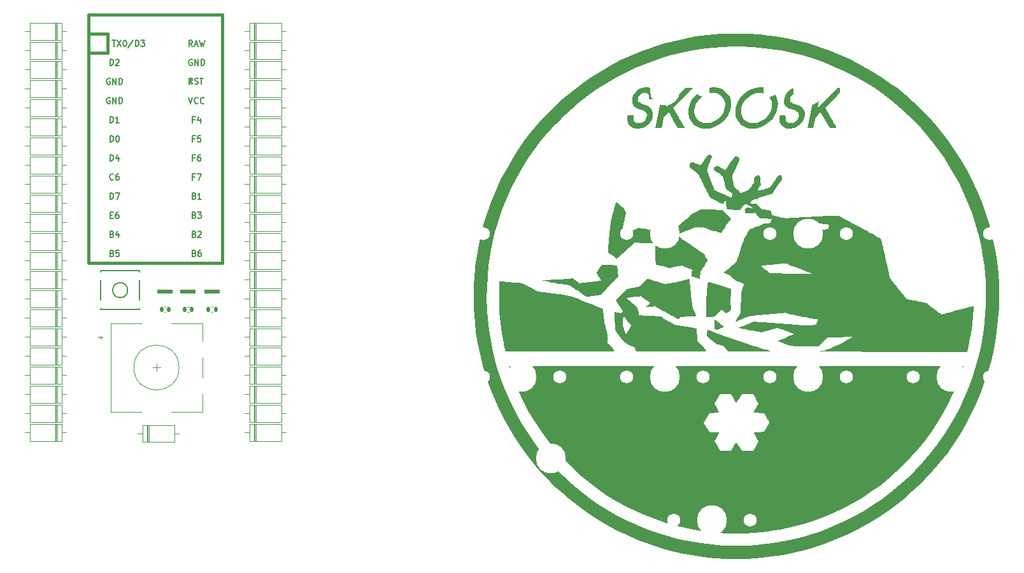
<source format=gbr>
%TF.GenerationSoftware,KiCad,Pcbnew,(6.0.7)*%
%TF.CreationDate,2022-10-26T18:45:43+02:00*%
%TF.ProjectId,skoosk,736b6f6f-736b-42e6-9b69-6361645f7063,rev?*%
%TF.SameCoordinates,Original*%
%TF.FileFunction,Legend,Top*%
%TF.FilePolarity,Positive*%
%FSLAX46Y46*%
G04 Gerber Fmt 4.6, Leading zero omitted, Abs format (unit mm)*
G04 Created by KiCad (PCBNEW (6.0.7)) date 2022-10-26 18:45:43*
%MOMM*%
%LPD*%
G01*
G04 APERTURE LIST*
G04 Aperture macros list*
%AMRoundRect*
0 Rectangle with rounded corners*
0 $1 Rounding radius*
0 $2 $3 $4 $5 $6 $7 $8 $9 X,Y pos of 4 corners*
0 Add a 4 corners polygon primitive as box body*
4,1,4,$2,$3,$4,$5,$6,$7,$8,$9,$2,$3,0*
0 Add four circle primitives for the rounded corners*
1,1,$1+$1,$2,$3*
1,1,$1+$1,$4,$5*
1,1,$1+$1,$6,$7*
1,1,$1+$1,$8,$9*
0 Add four rect primitives between the rounded corners*
20,1,$1+$1,$2,$3,$4,$5,0*
20,1,$1+$1,$4,$5,$6,$7,0*
20,1,$1+$1,$6,$7,$8,$9,0*
20,1,$1+$1,$8,$9,$2,$3,0*%
G04 Aperture macros list end*
%ADD10C,0.150000*%
%ADD11C,0.120000*%
%ADD12C,0.381000*%
%ADD13R,1.752600X1.752600*%
%ADD14C,1.752600*%
%ADD15R,1.600000X1.600000*%
%ADD16O,1.600000X1.600000*%
%ADD17C,1.750000*%
%ADD18C,3.987800*%
%ADD19R,0.700000X0.700000*%
%ADD20C,3.048000*%
%ADD21R,2.000000X2.000000*%
%ADD22C,2.000000*%
%ADD23R,3.200000X2.000000*%
%ADD24RoundRect,0.140000X-0.140000X-0.170000X0.140000X-0.170000X0.140000X0.170000X-0.140000X0.170000X0*%
%ADD25R,1.800000X1.100000*%
G04 APERTURE END LIST*
D10*
%TO.C,U1*%
X133013523Y-28256604D02*
X133013523Y-27456604D01*
X133204000Y-27456604D01*
X133318285Y-27494700D01*
X133394476Y-27570890D01*
X133432571Y-27647080D01*
X133470666Y-27799461D01*
X133470666Y-27913747D01*
X133432571Y-28066128D01*
X133394476Y-28142319D01*
X133318285Y-28218509D01*
X133204000Y-28256604D01*
X133013523Y-28256604D01*
X133965904Y-27456604D02*
X134042095Y-27456604D01*
X134118285Y-27494700D01*
X134156380Y-27532795D01*
X134194476Y-27608985D01*
X134232571Y-27761366D01*
X134232571Y-27951842D01*
X134194476Y-28104223D01*
X134156380Y-28180414D01*
X134118285Y-28218509D01*
X134042095Y-28256604D01*
X133965904Y-28256604D01*
X133889714Y-28218509D01*
X133851619Y-28180414D01*
X133813523Y-28104223D01*
X133775428Y-27951842D01*
X133775428Y-27761366D01*
X133813523Y-27608985D01*
X133851619Y-27532795D01*
X133889714Y-27494700D01*
X133965904Y-27456604D01*
X144202190Y-35457557D02*
X144316476Y-35495652D01*
X144354571Y-35533747D01*
X144392666Y-35609938D01*
X144392666Y-35724223D01*
X144354571Y-35800414D01*
X144316476Y-35838509D01*
X144240285Y-35876604D01*
X143935523Y-35876604D01*
X143935523Y-35076604D01*
X144202190Y-35076604D01*
X144278380Y-35114700D01*
X144316476Y-35152795D01*
X144354571Y-35228985D01*
X144354571Y-35305176D01*
X144316476Y-35381366D01*
X144278380Y-35419461D01*
X144202190Y-35457557D01*
X143935523Y-35457557D01*
X145154571Y-35876604D02*
X144697428Y-35876604D01*
X144926000Y-35876604D02*
X144926000Y-35076604D01*
X144849809Y-35190890D01*
X144773619Y-35267080D01*
X144697428Y-35305176D01*
X133280190Y-40537557D02*
X133394476Y-40575652D01*
X133432571Y-40613747D01*
X133470666Y-40689938D01*
X133470666Y-40804223D01*
X133432571Y-40880414D01*
X133394476Y-40918509D01*
X133318285Y-40956604D01*
X133013523Y-40956604D01*
X133013523Y-40156604D01*
X133280190Y-40156604D01*
X133356380Y-40194700D01*
X133394476Y-40232795D01*
X133432571Y-40308985D01*
X133432571Y-40385176D01*
X133394476Y-40461366D01*
X133356380Y-40499461D01*
X133280190Y-40537557D01*
X133013523Y-40537557D01*
X134156380Y-40423271D02*
X134156380Y-40956604D01*
X133965904Y-40118509D02*
X133775428Y-40689938D01*
X134270666Y-40689938D01*
X144259333Y-25297557D02*
X143992666Y-25297557D01*
X143992666Y-25716604D02*
X143992666Y-24916604D01*
X144373619Y-24916604D01*
X145021238Y-25183271D02*
X145021238Y-25716604D01*
X144830761Y-24878509D02*
X144640285Y-25449938D01*
X145135523Y-25449938D01*
X133013523Y-18096604D02*
X133013523Y-17296604D01*
X133204000Y-17296604D01*
X133318285Y-17334700D01*
X133394476Y-17410890D01*
X133432571Y-17487080D01*
X133470666Y-17639461D01*
X133470666Y-17753747D01*
X133432571Y-17906128D01*
X133394476Y-17982319D01*
X133318285Y-18058509D01*
X133204000Y-18096604D01*
X133013523Y-18096604D01*
X133775428Y-17372795D02*
X133813523Y-17334700D01*
X133889714Y-17296604D01*
X134080190Y-17296604D01*
X134156380Y-17334700D01*
X134194476Y-17372795D01*
X134232571Y-17448985D01*
X134232571Y-17525176D01*
X134194476Y-17639461D01*
X133737333Y-18096604D01*
X134232571Y-18096604D01*
X133302651Y-14756604D02*
X133759794Y-14756604D01*
X133531223Y-15556604D02*
X133531223Y-14756604D01*
X133950270Y-14756604D02*
X134483604Y-15556604D01*
X134483604Y-14756604D02*
X133950270Y-15556604D01*
X134940747Y-14756604D02*
X135016937Y-14756604D01*
X135093128Y-14794700D01*
X135131223Y-14832795D01*
X135169318Y-14908985D01*
X135207413Y-15061366D01*
X135207413Y-15251842D01*
X135169318Y-15404223D01*
X135131223Y-15480414D01*
X135093128Y-15518509D01*
X135016937Y-15556604D01*
X134940747Y-15556604D01*
X134864556Y-15518509D01*
X134826461Y-15480414D01*
X134788366Y-15404223D01*
X134750270Y-15251842D01*
X134750270Y-15061366D01*
X134788366Y-14908985D01*
X134826461Y-14832795D01*
X134864556Y-14794700D01*
X134940747Y-14756604D01*
X136121699Y-14718509D02*
X135435985Y-15747080D01*
X136388366Y-15556604D02*
X136388366Y-14756604D01*
X136578842Y-14756604D01*
X136693128Y-14794700D01*
X136769318Y-14870890D01*
X136807413Y-14947080D01*
X136845508Y-15099461D01*
X136845508Y-15213747D01*
X136807413Y-15366128D01*
X136769318Y-15442319D01*
X136693128Y-15518509D01*
X136578842Y-15556604D01*
X136388366Y-15556604D01*
X137112175Y-14756604D02*
X137607413Y-14756604D01*
X137340747Y-15061366D01*
X137455032Y-15061366D01*
X137531223Y-15099461D01*
X137569318Y-15137557D01*
X137607413Y-15213747D01*
X137607413Y-15404223D01*
X137569318Y-15480414D01*
X137531223Y-15518509D01*
X137455032Y-15556604D01*
X137226461Y-15556604D01*
X137150270Y-15518509D01*
X137112175Y-15480414D01*
X133280190Y-43077557D02*
X133394476Y-43115652D01*
X133432571Y-43153747D01*
X133470666Y-43229938D01*
X133470666Y-43344223D01*
X133432571Y-43420414D01*
X133394476Y-43458509D01*
X133318285Y-43496604D01*
X133013523Y-43496604D01*
X133013523Y-42696604D01*
X133280190Y-42696604D01*
X133356380Y-42734700D01*
X133394476Y-42772795D01*
X133432571Y-42848985D01*
X133432571Y-42925176D01*
X133394476Y-43001366D01*
X133356380Y-43039461D01*
X133280190Y-43077557D01*
X133013523Y-43077557D01*
X134194476Y-42696604D02*
X133813523Y-42696604D01*
X133775428Y-43077557D01*
X133813523Y-43039461D01*
X133889714Y-43001366D01*
X134080190Y-43001366D01*
X134156380Y-43039461D01*
X134194476Y-43077557D01*
X134232571Y-43153747D01*
X134232571Y-43344223D01*
X134194476Y-43420414D01*
X134156380Y-43458509D01*
X134080190Y-43496604D01*
X133889714Y-43496604D01*
X133813523Y-43458509D01*
X133775428Y-43420414D01*
X144202190Y-40537557D02*
X144316476Y-40575652D01*
X144354571Y-40613747D01*
X144392666Y-40689938D01*
X144392666Y-40804223D01*
X144354571Y-40880414D01*
X144316476Y-40918509D01*
X144240285Y-40956604D01*
X143935523Y-40956604D01*
X143935523Y-40156604D01*
X144202190Y-40156604D01*
X144278380Y-40194700D01*
X144316476Y-40232795D01*
X144354571Y-40308985D01*
X144354571Y-40385176D01*
X144316476Y-40461366D01*
X144278380Y-40499461D01*
X144202190Y-40537557D01*
X143935523Y-40537557D01*
X144697428Y-40232795D02*
X144735523Y-40194700D01*
X144811714Y-40156604D01*
X145002190Y-40156604D01*
X145078380Y-40194700D01*
X145116476Y-40232795D01*
X145154571Y-40308985D01*
X145154571Y-40385176D01*
X145116476Y-40499461D01*
X144659333Y-40956604D01*
X145154571Y-40956604D01*
X144259333Y-32917557D02*
X143992666Y-32917557D01*
X143992666Y-33336604D02*
X143992666Y-32536604D01*
X144373619Y-32536604D01*
X144602190Y-32536604D02*
X145135523Y-32536604D01*
X144792666Y-33336604D01*
X132994476Y-22414700D02*
X132918285Y-22376604D01*
X132804000Y-22376604D01*
X132689714Y-22414700D01*
X132613523Y-22490890D01*
X132575428Y-22567080D01*
X132537333Y-22719461D01*
X132537333Y-22833747D01*
X132575428Y-22986128D01*
X132613523Y-23062319D01*
X132689714Y-23138509D01*
X132804000Y-23176604D01*
X132880190Y-23176604D01*
X132994476Y-23138509D01*
X133032571Y-23100414D01*
X133032571Y-22833747D01*
X132880190Y-22833747D01*
X133375428Y-23176604D02*
X133375428Y-22376604D01*
X133832571Y-23176604D01*
X133832571Y-22376604D01*
X134213523Y-23176604D02*
X134213523Y-22376604D01*
X134404000Y-22376604D01*
X134518285Y-22414700D01*
X134594476Y-22490890D01*
X134632571Y-22567080D01*
X134670666Y-22719461D01*
X134670666Y-22833747D01*
X134632571Y-22986128D01*
X134594476Y-23062319D01*
X134518285Y-23138509D01*
X134404000Y-23176604D01*
X134213523Y-23176604D01*
X144202190Y-37997557D02*
X144316476Y-38035652D01*
X144354571Y-38073747D01*
X144392666Y-38149938D01*
X144392666Y-38264223D01*
X144354571Y-38340414D01*
X144316476Y-38378509D01*
X144240285Y-38416604D01*
X143935523Y-38416604D01*
X143935523Y-37616604D01*
X144202190Y-37616604D01*
X144278380Y-37654700D01*
X144316476Y-37692795D01*
X144354571Y-37768985D01*
X144354571Y-37845176D01*
X144316476Y-37921366D01*
X144278380Y-37959461D01*
X144202190Y-37997557D01*
X143935523Y-37997557D01*
X144659333Y-37616604D02*
X145154571Y-37616604D01*
X144887904Y-37921366D01*
X145002190Y-37921366D01*
X145078380Y-37959461D01*
X145116476Y-37997557D01*
X145154571Y-38073747D01*
X145154571Y-38264223D01*
X145116476Y-38340414D01*
X145078380Y-38378509D01*
X145002190Y-38416604D01*
X144773619Y-38416604D01*
X144697428Y-38378509D01*
X144659333Y-38340414D01*
X144259333Y-30377557D02*
X143992666Y-30377557D01*
X143992666Y-30796604D02*
X143992666Y-29996604D01*
X144373619Y-29996604D01*
X145021238Y-29996604D02*
X144868857Y-29996604D01*
X144792666Y-30034700D01*
X144754571Y-30072795D01*
X144678380Y-30187080D01*
X144640285Y-30339461D01*
X144640285Y-30644223D01*
X144678380Y-30720414D01*
X144716476Y-30758509D01*
X144792666Y-30796604D01*
X144945047Y-30796604D01*
X145021238Y-30758509D01*
X145059333Y-30720414D01*
X145097428Y-30644223D01*
X145097428Y-30453747D01*
X145059333Y-30377557D01*
X145021238Y-30339461D01*
X144945047Y-30301366D01*
X144792666Y-30301366D01*
X144716476Y-30339461D01*
X144678380Y-30377557D01*
X144640285Y-30453747D01*
X144264786Y-20568509D02*
X144379072Y-20606604D01*
X144569548Y-20606604D01*
X144645739Y-20568509D01*
X144683834Y-20530414D01*
X144721929Y-20454223D01*
X144721929Y-20378033D01*
X144683834Y-20301842D01*
X144645739Y-20263747D01*
X144569548Y-20225652D01*
X144417167Y-20187557D01*
X144340977Y-20149461D01*
X144302881Y-20111366D01*
X144264786Y-20035176D01*
X144264786Y-19958985D01*
X144302881Y-19882795D01*
X144340977Y-19844700D01*
X144417167Y-19806604D01*
X144607643Y-19806604D01*
X144721929Y-19844700D01*
X144950500Y-19806604D02*
X145407643Y-19806604D01*
X145179072Y-20606604D02*
X145179072Y-19806604D01*
X132994476Y-19874700D02*
X132918285Y-19836604D01*
X132804000Y-19836604D01*
X132689714Y-19874700D01*
X132613523Y-19950890D01*
X132575428Y-20027080D01*
X132537333Y-20179461D01*
X132537333Y-20293747D01*
X132575428Y-20446128D01*
X132613523Y-20522319D01*
X132689714Y-20598509D01*
X132804000Y-20636604D01*
X132880190Y-20636604D01*
X132994476Y-20598509D01*
X133032571Y-20560414D01*
X133032571Y-20293747D01*
X132880190Y-20293747D01*
X133375428Y-20636604D02*
X133375428Y-19836604D01*
X133832571Y-20636604D01*
X133832571Y-19836604D01*
X134213523Y-20636604D02*
X134213523Y-19836604D01*
X134404000Y-19836604D01*
X134518285Y-19874700D01*
X134594476Y-19950890D01*
X134632571Y-20027080D01*
X134670666Y-20179461D01*
X134670666Y-20293747D01*
X134632571Y-20446128D01*
X134594476Y-20522319D01*
X134518285Y-20598509D01*
X134404000Y-20636604D01*
X134213523Y-20636604D01*
X143973619Y-15556604D02*
X143706952Y-15175652D01*
X143516476Y-15556604D02*
X143516476Y-14756604D01*
X143821238Y-14756604D01*
X143897428Y-14794700D01*
X143935523Y-14832795D01*
X143973619Y-14908985D01*
X143973619Y-15023271D01*
X143935523Y-15099461D01*
X143897428Y-15137557D01*
X143821238Y-15175652D01*
X143516476Y-15175652D01*
X144278380Y-15328033D02*
X144659333Y-15328033D01*
X144202190Y-15556604D02*
X144468857Y-14756604D01*
X144735523Y-15556604D01*
X144926000Y-14756604D02*
X145116476Y-15556604D01*
X145268857Y-14985176D01*
X145421238Y-15556604D01*
X145611714Y-14756604D01*
X144259333Y-27837557D02*
X143992666Y-27837557D01*
X143992666Y-28256604D02*
X143992666Y-27456604D01*
X144373619Y-27456604D01*
X145059333Y-27456604D02*
X144678380Y-27456604D01*
X144640285Y-27837557D01*
X144678380Y-27799461D01*
X144754571Y-27761366D01*
X144945047Y-27761366D01*
X145021238Y-27799461D01*
X145059333Y-27837557D01*
X145097428Y-27913747D01*
X145097428Y-28104223D01*
X145059333Y-28180414D01*
X145021238Y-28218509D01*
X144945047Y-28256604D01*
X144754571Y-28256604D01*
X144678380Y-28218509D01*
X144640285Y-28180414D01*
X133013523Y-35876604D02*
X133013523Y-35076604D01*
X133204000Y-35076604D01*
X133318285Y-35114700D01*
X133394476Y-35190890D01*
X133432571Y-35267080D01*
X133470666Y-35419461D01*
X133470666Y-35533747D01*
X133432571Y-35686128D01*
X133394476Y-35762319D01*
X133318285Y-35838509D01*
X133204000Y-35876604D01*
X133013523Y-35876604D01*
X133737333Y-35076604D02*
X134270666Y-35076604D01*
X133927809Y-35876604D01*
X133013523Y-25716604D02*
X133013523Y-24916604D01*
X133204000Y-24916604D01*
X133318285Y-24954700D01*
X133394476Y-25030890D01*
X133432571Y-25107080D01*
X133470666Y-25259461D01*
X133470666Y-25373747D01*
X133432571Y-25526128D01*
X133394476Y-25602319D01*
X133318285Y-25678509D01*
X133204000Y-25716604D01*
X133013523Y-25716604D01*
X134232571Y-25716604D02*
X133775428Y-25716604D01*
X134004000Y-25716604D02*
X134004000Y-24916604D01*
X133927809Y-25030890D01*
X133851619Y-25107080D01*
X133775428Y-25145176D01*
X133470666Y-33260414D02*
X133432571Y-33298509D01*
X133318285Y-33336604D01*
X133242095Y-33336604D01*
X133127809Y-33298509D01*
X133051619Y-33222319D01*
X133013523Y-33146128D01*
X132975428Y-32993747D01*
X132975428Y-32879461D01*
X133013523Y-32727080D01*
X133051619Y-32650890D01*
X133127809Y-32574700D01*
X133242095Y-32536604D01*
X133318285Y-32536604D01*
X133432571Y-32574700D01*
X133470666Y-32612795D01*
X134156380Y-32536604D02*
X134004000Y-32536604D01*
X133927809Y-32574700D01*
X133889714Y-32612795D01*
X133813523Y-32727080D01*
X133775428Y-32879461D01*
X133775428Y-33184223D01*
X133813523Y-33260414D01*
X133851619Y-33298509D01*
X133927809Y-33336604D01*
X134080190Y-33336604D01*
X134156380Y-33298509D01*
X134194476Y-33260414D01*
X134232571Y-33184223D01*
X134232571Y-32993747D01*
X134194476Y-32917557D01*
X134156380Y-32879461D01*
X134080190Y-32841366D01*
X133927809Y-32841366D01*
X133851619Y-32879461D01*
X133813523Y-32917557D01*
X133775428Y-32993747D01*
X133051619Y-37997557D02*
X133318285Y-37997557D01*
X133432571Y-38416604D02*
X133051619Y-38416604D01*
X133051619Y-37616604D01*
X133432571Y-37616604D01*
X134118285Y-37616604D02*
X133965904Y-37616604D01*
X133889714Y-37654700D01*
X133851619Y-37692795D01*
X133775428Y-37807080D01*
X133737333Y-37959461D01*
X133737333Y-38264223D01*
X133775428Y-38340414D01*
X133813523Y-38378509D01*
X133889714Y-38416604D01*
X134042095Y-38416604D01*
X134118285Y-38378509D01*
X134156380Y-38340414D01*
X134194476Y-38264223D01*
X134194476Y-38073747D01*
X134156380Y-37997557D01*
X134118285Y-37959461D01*
X134042095Y-37921366D01*
X133889714Y-37921366D01*
X133813523Y-37959461D01*
X133775428Y-37997557D01*
X133737333Y-38073747D01*
X143916476Y-17334700D02*
X143840285Y-17296604D01*
X143726000Y-17296604D01*
X143611714Y-17334700D01*
X143535523Y-17410890D01*
X143497428Y-17487080D01*
X143459333Y-17639461D01*
X143459333Y-17753747D01*
X143497428Y-17906128D01*
X143535523Y-17982319D01*
X143611714Y-18058509D01*
X143726000Y-18096604D01*
X143802190Y-18096604D01*
X143916476Y-18058509D01*
X143954571Y-18020414D01*
X143954571Y-17753747D01*
X143802190Y-17753747D01*
X144297428Y-18096604D02*
X144297428Y-17296604D01*
X144754571Y-18096604D01*
X144754571Y-17296604D01*
X145135523Y-18096604D02*
X145135523Y-17296604D01*
X145326000Y-17296604D01*
X145440285Y-17334700D01*
X145516476Y-17410890D01*
X145554571Y-17487080D01*
X145592666Y-17639461D01*
X145592666Y-17753747D01*
X145554571Y-17906128D01*
X145516476Y-17982319D01*
X145440285Y-18058509D01*
X145326000Y-18096604D01*
X145135523Y-18096604D01*
X143459333Y-22376604D02*
X143726000Y-23176604D01*
X143992666Y-22376604D01*
X144716476Y-23100414D02*
X144678380Y-23138509D01*
X144564095Y-23176604D01*
X144487904Y-23176604D01*
X144373619Y-23138509D01*
X144297428Y-23062319D01*
X144259333Y-22986128D01*
X144221238Y-22833747D01*
X144221238Y-22719461D01*
X144259333Y-22567080D01*
X144297428Y-22490890D01*
X144373619Y-22414700D01*
X144487904Y-22376604D01*
X144564095Y-22376604D01*
X144678380Y-22414700D01*
X144716476Y-22452795D01*
X145516476Y-23100414D02*
X145478380Y-23138509D01*
X145364095Y-23176604D01*
X145287904Y-23176604D01*
X145173619Y-23138509D01*
X145097428Y-23062319D01*
X145059333Y-22986128D01*
X145021238Y-22833747D01*
X145021238Y-22719461D01*
X145059333Y-22567080D01*
X145097428Y-22490890D01*
X145173619Y-22414700D01*
X145287904Y-22376604D01*
X145364095Y-22376604D01*
X145478380Y-22414700D01*
X145516476Y-22452795D01*
X133013523Y-30796604D02*
X133013523Y-29996604D01*
X133204000Y-29996604D01*
X133318285Y-30034700D01*
X133394476Y-30110890D01*
X133432571Y-30187080D01*
X133470666Y-30339461D01*
X133470666Y-30453747D01*
X133432571Y-30606128D01*
X133394476Y-30682319D01*
X133318285Y-30758509D01*
X133204000Y-30796604D01*
X133013523Y-30796604D01*
X134156380Y-30263271D02*
X134156380Y-30796604D01*
X133965904Y-29958509D02*
X133775428Y-30529938D01*
X134270666Y-30529938D01*
X144202190Y-43077557D02*
X144316476Y-43115652D01*
X144354571Y-43153747D01*
X144392666Y-43229938D01*
X144392666Y-43344223D01*
X144354571Y-43420414D01*
X144316476Y-43458509D01*
X144240285Y-43496604D01*
X143935523Y-43496604D01*
X143935523Y-42696604D01*
X144202190Y-42696604D01*
X144278380Y-42734700D01*
X144316476Y-42772795D01*
X144354571Y-42848985D01*
X144354571Y-42925176D01*
X144316476Y-43001366D01*
X144278380Y-43039461D01*
X144202190Y-43077557D01*
X143935523Y-43077557D01*
X145078380Y-42696604D02*
X144926000Y-42696604D01*
X144849809Y-42734700D01*
X144811714Y-42772795D01*
X144735523Y-42887080D01*
X144697428Y-43039461D01*
X144697428Y-43344223D01*
X144735523Y-43420414D01*
X144773619Y-43458509D01*
X144849809Y-43496604D01*
X145002190Y-43496604D01*
X145078380Y-43458509D01*
X145116476Y-43420414D01*
X145154571Y-43344223D01*
X145154571Y-43153747D01*
X145116476Y-43077557D01*
X145078380Y-43039461D01*
X145002190Y-43001366D01*
X144849809Y-43001366D01*
X144773619Y-43039461D01*
X144735523Y-43077557D01*
X144697428Y-43153747D01*
D11*
%TO.C,D28*%
X125980000Y-52809000D02*
X125980000Y-50569000D01*
X126580000Y-52809000D02*
X126580000Y-50569000D01*
X126580000Y-50569000D02*
X122340000Y-50569000D01*
X125860000Y-52809000D02*
X125860000Y-50569000D01*
X122340000Y-52809000D02*
X126580000Y-52809000D01*
X127230000Y-51689000D02*
X126580000Y-51689000D01*
X125740000Y-52809000D02*
X125740000Y-50569000D01*
X121690000Y-51689000D02*
X122340000Y-51689000D01*
X122340000Y-50569000D02*
X122340000Y-52809000D01*
%TO.C,Drgb2*%
G36*
X144383000Y-48418700D02*
G01*
X142383000Y-48418700D01*
X142383000Y-47918700D01*
X144383000Y-47918700D01*
X144383000Y-48418700D01*
G37*
D12*
%TO.C,U1*%
X132715000Y-13924700D02*
X130175000Y-13924700D01*
X130175000Y-44404700D02*
X147955000Y-44404700D01*
X130175000Y-13924700D02*
X130175000Y-44404700D01*
X132715000Y-16464700D02*
X130175000Y-16464700D01*
X147955000Y-11384700D02*
X130175000Y-11384700D01*
X130175000Y-11384700D02*
X130175000Y-13924700D01*
X132715000Y-13924700D02*
X132715000Y-16464700D01*
X147955000Y-44404700D02*
X147955000Y-13924700D01*
X147955000Y-13924700D02*
X147955000Y-11384700D01*
G36*
X143996568Y-19904060D02*
G01*
X143496568Y-19904060D01*
X143496568Y-19804060D01*
X143996568Y-19804060D01*
X143996568Y-19904060D01*
G37*
D10*
X143996568Y-19904060D02*
X143496568Y-19904060D01*
X143496568Y-19804060D01*
X143996568Y-19804060D01*
X143996568Y-19904060D01*
G36*
X143996568Y-20104060D02*
G01*
X143896568Y-20104060D01*
X143896568Y-19804060D01*
X143996568Y-19804060D01*
X143996568Y-20104060D01*
G37*
X143996568Y-20104060D02*
X143896568Y-20104060D01*
X143896568Y-19804060D01*
X143996568Y-19804060D01*
X143996568Y-20104060D01*
G36*
X143796568Y-20304060D02*
G01*
X143696568Y-20304060D01*
X143696568Y-20204060D01*
X143796568Y-20204060D01*
X143796568Y-20304060D01*
G37*
X143796568Y-20304060D02*
X143696568Y-20304060D01*
X143696568Y-20204060D01*
X143796568Y-20204060D01*
X143796568Y-20304060D01*
G36*
X143596568Y-20604060D02*
G01*
X143496568Y-20604060D01*
X143496568Y-19804060D01*
X143596568Y-19804060D01*
X143596568Y-20604060D01*
G37*
X143596568Y-20604060D02*
X143496568Y-20604060D01*
X143496568Y-19804060D01*
X143596568Y-19804060D01*
X143596568Y-20604060D01*
G36*
X143996568Y-20604060D02*
G01*
X143896568Y-20604060D01*
X143896568Y-20404060D01*
X143996568Y-20404060D01*
X143996568Y-20604060D01*
G37*
X143996568Y-20604060D02*
X143896568Y-20604060D01*
X143896568Y-20404060D01*
X143996568Y-20404060D01*
X143996568Y-20604060D01*
D11*
%TO.C,D3*%
X125860000Y-19789000D02*
X125860000Y-17549000D01*
X122340000Y-17549000D02*
X122340000Y-19789000D01*
X121690000Y-18669000D02*
X122340000Y-18669000D01*
X127230000Y-18669000D02*
X126580000Y-18669000D01*
X126580000Y-19789000D02*
X126580000Y-17549000D01*
X125980000Y-19789000D02*
X125980000Y-17549000D01*
X125740000Y-19789000D02*
X125740000Y-17549000D01*
X126580000Y-17549000D02*
X122340000Y-17549000D01*
X122340000Y-19789000D02*
X126580000Y-19789000D01*
%TO.C,D14*%
X126580000Y-30249000D02*
X122340000Y-30249000D01*
X121690000Y-31369000D02*
X122340000Y-31369000D01*
X125860000Y-32489000D02*
X125860000Y-30249000D01*
X122340000Y-32489000D02*
X126580000Y-32489000D01*
X126580000Y-32489000D02*
X126580000Y-30249000D01*
X127230000Y-31369000D02*
X126580000Y-31369000D01*
X122340000Y-30249000D02*
X122340000Y-32489000D01*
X125740000Y-32489000D02*
X125740000Y-30249000D01*
X125980000Y-32489000D02*
X125980000Y-30249000D01*
%TO.C,D43*%
X150900000Y-61849000D02*
X151550000Y-61849000D01*
X151550000Y-62969000D02*
X155790000Y-62969000D01*
X155790000Y-60729000D02*
X151550000Y-60729000D01*
X152390000Y-60729000D02*
X152390000Y-62969000D01*
X156440000Y-61849000D02*
X155790000Y-61849000D01*
X151550000Y-60729000D02*
X151550000Y-62969000D01*
X152150000Y-60729000D02*
X152150000Y-62969000D01*
X155790000Y-62969000D02*
X155790000Y-60729000D01*
X152270000Y-60729000D02*
X152270000Y-62969000D01*
%TO.C,D2*%
X126580000Y-15009000D02*
X122340000Y-15009000D01*
X121690000Y-16129000D02*
X122340000Y-16129000D01*
X122340000Y-15009000D02*
X122340000Y-17249000D01*
X125860000Y-17249000D02*
X125860000Y-15009000D01*
X126580000Y-17249000D02*
X126580000Y-15009000D01*
X125740000Y-17249000D02*
X125740000Y-15009000D01*
X125980000Y-17249000D02*
X125980000Y-15009000D01*
X122340000Y-17249000D02*
X126580000Y-17249000D01*
X127230000Y-16129000D02*
X126580000Y-16129000D01*
%TO.C,D23*%
X152390000Y-30249000D02*
X152390000Y-32489000D01*
X151550000Y-32489000D02*
X155790000Y-32489000D01*
X155790000Y-32489000D02*
X155790000Y-30249000D01*
X151550000Y-30249000D02*
X151550000Y-32489000D01*
X152150000Y-30249000D02*
X152150000Y-32489000D01*
X150900000Y-31369000D02*
X151550000Y-31369000D01*
X152270000Y-30249000D02*
X152270000Y-32489000D01*
X156440000Y-31369000D02*
X155790000Y-31369000D01*
X155790000Y-30249000D02*
X151550000Y-30249000D01*
%TO.C,SW2*%
X133092000Y-52393000D02*
X133092000Y-64193000D01*
X138692000Y-58293000D02*
X139692000Y-58293000D01*
X139192000Y-57793000D02*
X139192000Y-58793000D01*
X145292000Y-61793000D02*
X145292000Y-64193000D01*
X131392000Y-54193000D02*
X131992000Y-54193000D01*
X137192000Y-64193000D02*
X133092000Y-64193000D01*
X137192000Y-52393000D02*
X133092000Y-52393000D01*
X145292000Y-56993000D02*
X145292000Y-59593000D01*
X145292000Y-64193000D02*
X141192000Y-64193000D01*
X131992000Y-54193000D02*
X131692000Y-54493000D01*
X141192000Y-52393000D02*
X145292000Y-52393000D01*
X131692000Y-54493000D02*
X131392000Y-54193000D01*
X145292000Y-52393000D02*
X145292000Y-54793000D01*
X142192000Y-58293000D02*
G75*
G03*
X142192000Y-58293000I-3000000J0D01*
G01*
%TO.C,D6*%
X122340000Y-27409000D02*
X126580000Y-27409000D01*
X126580000Y-27409000D02*
X126580000Y-25169000D01*
X125980000Y-27409000D02*
X125980000Y-25169000D01*
X125860000Y-27409000D02*
X125860000Y-25169000D01*
X121690000Y-26289000D02*
X122340000Y-26289000D01*
X122340000Y-25169000D02*
X122340000Y-27409000D01*
X127230000Y-26289000D02*
X126580000Y-26289000D01*
X126580000Y-25169000D02*
X122340000Y-25169000D01*
X125740000Y-27409000D02*
X125740000Y-25169000D01*
%TO.C,D34*%
X155790000Y-48029000D02*
X151550000Y-48029000D01*
X152390000Y-48029000D02*
X152390000Y-50269000D01*
X151550000Y-48029000D02*
X151550000Y-50269000D01*
X150900000Y-49149000D02*
X151550000Y-49149000D01*
X152270000Y-48029000D02*
X152270000Y-50269000D01*
X151550000Y-50269000D02*
X155790000Y-50269000D01*
X152150000Y-48029000D02*
X152150000Y-50269000D01*
X156440000Y-49149000D02*
X155790000Y-49149000D01*
X155790000Y-50269000D02*
X155790000Y-48029000D01*
%TO.C,Crgb3*%
X146478164Y-50186000D02*
X146693836Y-50186000D01*
X146478164Y-50906000D02*
X146693836Y-50906000D01*
%TO.C,Crgb2*%
X143303164Y-50906000D02*
X143518836Y-50906000D01*
X143303164Y-50186000D02*
X143518836Y-50186000D01*
D10*
%TO.C,SW1*%
X131766000Y-45406000D02*
X136966000Y-45406000D01*
X131766000Y-50606000D02*
X131766000Y-45406000D01*
X136966000Y-45406000D02*
X136966000Y-50606000D01*
X136966000Y-50606000D02*
X131766000Y-50606000D01*
X135366000Y-48006000D02*
G75*
G03*
X135366000Y-48006000I-1000000J0D01*
G01*
D11*
%TO.C,D5*%
X127230000Y-23749000D02*
X126580000Y-23749000D01*
X122340000Y-22629000D02*
X122340000Y-24869000D01*
X126580000Y-22629000D02*
X122340000Y-22629000D01*
X126580000Y-24869000D02*
X126580000Y-22629000D01*
X125860000Y-24869000D02*
X125860000Y-22629000D01*
X121690000Y-23749000D02*
X122340000Y-23749000D01*
X125980000Y-24869000D02*
X125980000Y-22629000D01*
X125740000Y-24869000D02*
X125740000Y-22629000D01*
X122340000Y-24869000D02*
X126580000Y-24869000D01*
%TO.C,D40*%
X127230000Y-66929000D02*
X126580000Y-66929000D01*
X125740000Y-68049000D02*
X125740000Y-65809000D01*
X122340000Y-68049000D02*
X126580000Y-68049000D01*
X126580000Y-68049000D02*
X126580000Y-65809000D01*
X122340000Y-65809000D02*
X122340000Y-68049000D01*
X125860000Y-68049000D02*
X125860000Y-65809000D01*
X121690000Y-66929000D02*
X122340000Y-66929000D01*
X125980000Y-68049000D02*
X125980000Y-65809000D01*
X126580000Y-65809000D02*
X122340000Y-65809000D01*
%TO.C,D4*%
X125740000Y-22329000D02*
X125740000Y-20089000D01*
X121690000Y-21209000D02*
X122340000Y-21209000D01*
X127230000Y-21209000D02*
X126580000Y-21209000D01*
X126580000Y-22329000D02*
X126580000Y-20089000D01*
X122340000Y-22329000D02*
X126580000Y-22329000D01*
X122340000Y-20089000D02*
X122340000Y-22329000D01*
X125860000Y-22329000D02*
X125860000Y-20089000D01*
X126580000Y-20089000D02*
X122340000Y-20089000D01*
X125980000Y-22329000D02*
X125980000Y-20089000D01*
%TO.C,D24*%
X152150000Y-27709000D02*
X152150000Y-29949000D01*
X150900000Y-28829000D02*
X151550000Y-28829000D01*
X152390000Y-27709000D02*
X152390000Y-29949000D01*
X151550000Y-27709000D02*
X151550000Y-29949000D01*
X156440000Y-28829000D02*
X155790000Y-28829000D01*
X151550000Y-29949000D02*
X155790000Y-29949000D01*
X152270000Y-27709000D02*
X152270000Y-29949000D01*
X155790000Y-27709000D02*
X151550000Y-27709000D01*
X155790000Y-29949000D02*
X155790000Y-27709000D01*
%TO.C,D39*%
X125740000Y-65509000D02*
X125740000Y-63269000D01*
X126580000Y-63269000D02*
X122340000Y-63269000D01*
X122340000Y-63269000D02*
X122340000Y-65509000D01*
X121690000Y-64389000D02*
X122340000Y-64389000D01*
X122340000Y-65509000D02*
X126580000Y-65509000D01*
X127230000Y-64389000D02*
X126580000Y-64389000D01*
X126580000Y-65509000D02*
X126580000Y-63269000D01*
X125980000Y-65509000D02*
X125980000Y-63269000D01*
X125860000Y-65509000D02*
X125860000Y-63269000D01*
%TO.C,D27*%
X125980000Y-50269000D02*
X125980000Y-48029000D01*
X122340000Y-50269000D02*
X126580000Y-50269000D01*
X121690000Y-49149000D02*
X122340000Y-49149000D01*
X126580000Y-50269000D02*
X126580000Y-48029000D01*
X126580000Y-48029000D02*
X122340000Y-48029000D01*
X125860000Y-50269000D02*
X125860000Y-48029000D01*
X127230000Y-49149000D02*
X126580000Y-49149000D01*
X122340000Y-48029000D02*
X122340000Y-50269000D01*
X125740000Y-50269000D02*
X125740000Y-48029000D01*
%TO.C,D30*%
X125980000Y-57889000D02*
X125980000Y-55649000D01*
X126580000Y-55649000D02*
X122340000Y-55649000D01*
X125860000Y-57889000D02*
X125860000Y-55649000D01*
X122340000Y-55649000D02*
X122340000Y-57889000D01*
X126580000Y-57889000D02*
X126580000Y-55649000D01*
X122340000Y-57889000D02*
X126580000Y-57889000D01*
X127230000Y-56769000D02*
X126580000Y-56769000D01*
X121690000Y-56769000D02*
X122340000Y-56769000D01*
X125740000Y-57889000D02*
X125740000Y-55649000D01*
%TO.C,D22*%
X152390000Y-32789000D02*
X152390000Y-35029000D01*
X151550000Y-35029000D02*
X155790000Y-35029000D01*
X152150000Y-32789000D02*
X152150000Y-35029000D01*
X156440000Y-33909000D02*
X155790000Y-33909000D01*
X151550000Y-32789000D02*
X151550000Y-35029000D01*
X155790000Y-32789000D02*
X151550000Y-32789000D01*
X150900000Y-33909000D02*
X151550000Y-33909000D01*
X155790000Y-35029000D02*
X155790000Y-32789000D01*
X152270000Y-32789000D02*
X152270000Y-35029000D01*
%TO.C,D18*%
X125860000Y-42649000D02*
X125860000Y-40409000D01*
X122340000Y-40409000D02*
X122340000Y-42649000D01*
X125740000Y-42649000D02*
X125740000Y-40409000D01*
X125980000Y-42649000D02*
X125980000Y-40409000D01*
X121690000Y-41529000D02*
X122340000Y-41529000D01*
X126580000Y-42649000D02*
X126580000Y-40409000D01*
X126580000Y-40409000D02*
X122340000Y-40409000D01*
X122340000Y-42649000D02*
X126580000Y-42649000D01*
X127230000Y-41529000D02*
X126580000Y-41529000D01*
%TO.C,Gfront*%
G36*
X215857287Y-44614754D02*
G01*
X215974843Y-44521837D01*
X215984853Y-44513947D01*
X216118397Y-44401197D01*
X216225197Y-44296370D01*
X216292482Y-44212396D01*
X216304192Y-44190654D01*
X216325401Y-44134433D01*
X216365579Y-44021197D01*
X216422037Y-43858776D01*
X216492084Y-43655005D01*
X216573028Y-43417717D01*
X216662179Y-43154743D01*
X216756845Y-42873917D01*
X216770161Y-42834291D01*
X216867764Y-42544840D01*
X216962376Y-42266358D01*
X217050920Y-42007750D01*
X217130317Y-41777923D01*
X217197490Y-41585783D01*
X217249362Y-41440236D01*
X217282856Y-41350188D01*
X217284029Y-41347211D01*
X217392314Y-41093240D01*
X217522340Y-40819058D01*
X217662335Y-40547778D01*
X217800530Y-40302510D01*
X217887635Y-40162120D01*
X217938188Y-40084181D01*
X217981574Y-40021060D01*
X218025501Y-39968521D01*
X218077679Y-39922330D01*
X218145818Y-39878251D01*
X218237627Y-39832051D01*
X218360815Y-39779494D01*
X218523091Y-39716346D01*
X218732166Y-39638371D01*
X218864842Y-39589528D01*
X225511894Y-39589528D01*
X225628982Y-39616967D01*
X225790757Y-39653100D01*
X225987016Y-39695808D01*
X226207557Y-39742977D01*
X226442175Y-39792489D01*
X226680668Y-39842228D01*
X226912833Y-39890078D01*
X227128467Y-39933922D01*
X227317367Y-39971644D01*
X227469329Y-40001127D01*
X227574151Y-40020256D01*
X227620380Y-40026896D01*
X227707490Y-40020520D01*
X227835868Y-39999875D01*
X227980925Y-39969073D01*
X228013516Y-39961122D01*
X228203274Y-39913174D01*
X228337786Y-39876067D01*
X228428068Y-39843774D01*
X228485133Y-39810273D01*
X228519994Y-39769536D01*
X228543667Y-39715541D01*
X228561053Y-39661605D01*
X228607180Y-39509551D01*
X228631437Y-39409874D01*
X228634281Y-39350326D01*
X228616169Y-39318661D01*
X228577557Y-39302631D01*
X228574468Y-39301867D01*
X228470437Y-39280771D01*
X228311645Y-39253728D01*
X228111254Y-39222577D01*
X227882431Y-39189161D01*
X227638339Y-39155319D01*
X227392144Y-39122892D01*
X227157008Y-39093721D01*
X226946098Y-39069647D01*
X226825767Y-39057367D01*
X226578687Y-39033369D01*
X226389064Y-39016287D01*
X226246132Y-39008540D01*
X226139124Y-39012550D01*
X226057275Y-39030736D01*
X225989818Y-39065518D01*
X225925987Y-39119317D01*
X225855015Y-39194554D01*
X225766137Y-39293648D01*
X225763942Y-39296067D01*
X225661105Y-39410624D01*
X225579123Y-39504418D01*
X225526626Y-39567399D01*
X225511894Y-39589528D01*
X218864842Y-39589528D01*
X218995749Y-39541336D01*
X219062550Y-39516740D01*
X219256123Y-39442845D01*
X219449439Y-39364560D01*
X219622545Y-39290249D01*
X219755486Y-39228276D01*
X219777528Y-39217041D01*
X219904999Y-39153550D01*
X220002291Y-39117590D01*
X220098457Y-39102542D01*
X220222550Y-39101785D01*
X220275511Y-39103579D01*
X220470780Y-39107607D01*
X220610810Y-39099616D01*
X220708296Y-39075311D01*
X220775933Y-39030399D01*
X220826416Y-38960584D01*
X220852153Y-38908509D01*
X220892197Y-38805863D01*
X220935672Y-38672149D01*
X220978112Y-38524438D01*
X221015052Y-38379801D01*
X221042026Y-38255309D01*
X221054567Y-38168035D01*
X221053149Y-38140139D01*
X221040533Y-38150572D01*
X221019616Y-38214295D01*
X220995339Y-38315671D01*
X220968925Y-38427575D01*
X220944720Y-38508854D01*
X220929335Y-38540107D01*
X220888676Y-38540694D01*
X220795844Y-38533252D01*
X220666382Y-38519202D01*
X220570497Y-38507271D01*
X220391328Y-38486756D01*
X220175100Y-38466226D01*
X219953067Y-38448477D01*
X219808388Y-38439061D01*
X219384362Y-38414904D01*
X219093037Y-38043574D01*
X218984886Y-37908642D01*
X218889927Y-37795612D01*
X218816755Y-37714316D01*
X218773967Y-37674588D01*
X218768387Y-37672245D01*
X218719564Y-37686722D01*
X218636523Y-37723085D01*
X218601042Y-37740616D01*
X218533410Y-37770023D01*
X218457147Y-37789733D01*
X218357281Y-37801523D01*
X218218841Y-37807173D01*
X218029793Y-37808464D01*
X217861283Y-37806336D01*
X217716233Y-37800900D01*
X217609072Y-37792952D01*
X217554227Y-37783287D01*
X217551970Y-37782129D01*
X217497657Y-37711477D01*
X217453019Y-37576649D01*
X217423508Y-37413369D01*
X217399794Y-37239957D01*
X217560295Y-37108438D01*
X217720797Y-36976919D01*
X218018579Y-37034003D01*
X218203708Y-37067505D01*
X218332615Y-37085340D01*
X218415493Y-37088091D01*
X218462534Y-37076341D01*
X218479283Y-37060315D01*
X218458888Y-37032774D01*
X218386607Y-36983483D01*
X218273170Y-36918145D01*
X218129309Y-36842463D01*
X217965757Y-36762137D01*
X217793244Y-36682871D01*
X217666050Y-36628217D01*
X217431865Y-36530942D01*
X217375471Y-36602045D01*
X217270834Y-36729308D01*
X217150944Y-36867691D01*
X217024872Y-37007595D01*
X216901687Y-37139422D01*
X216790458Y-37253572D01*
X216700255Y-37340445D01*
X216640147Y-37390443D01*
X216622721Y-37398764D01*
X216567297Y-37394954D01*
X216459271Y-37384427D01*
X216310184Y-37368542D01*
X216131579Y-37348658D01*
X215934996Y-37326136D01*
X215731977Y-37302335D01*
X215534063Y-37278615D01*
X215352796Y-37256335D01*
X215199717Y-37236855D01*
X215086367Y-37221535D01*
X215024288Y-37211735D01*
X215016167Y-37209501D01*
X215008741Y-37173056D01*
X214996236Y-37080236D01*
X214980052Y-36942728D01*
X214961589Y-36772220D01*
X214948951Y-36648451D01*
X214929156Y-36463801D01*
X214909583Y-36305637D01*
X214891849Y-36185313D01*
X214877571Y-36114184D01*
X214870789Y-36099701D01*
X214838956Y-36123780D01*
X214775384Y-36187676D01*
X214692340Y-36278879D01*
X214669683Y-36304816D01*
X214578402Y-36401804D01*
X214496585Y-36474044D01*
X214439209Y-36508648D01*
X214431317Y-36509930D01*
X214376942Y-36494247D01*
X214273496Y-36450867D01*
X214131677Y-36385294D01*
X213962181Y-36303032D01*
X213775708Y-36209586D01*
X213582954Y-36110460D01*
X213394618Y-36011159D01*
X213221396Y-35917186D01*
X213073988Y-35834046D01*
X212963090Y-35767242D01*
X212899400Y-35722280D01*
X212897929Y-35720963D01*
X212830569Y-35645297D01*
X212744888Y-35528908D01*
X212654829Y-35391351D01*
X212612138Y-35320097D01*
X212516286Y-35148171D01*
X212398293Y-34926489D01*
X212264384Y-34667507D01*
X212120783Y-34383681D01*
X211973713Y-34087465D01*
X211829398Y-33791316D01*
X211694062Y-33507688D01*
X211573929Y-33249036D01*
X211541174Y-33176821D01*
X211461509Y-33001825D01*
X211389594Y-32847264D01*
X211330891Y-32724612D01*
X211290859Y-32645343D01*
X211277267Y-32622295D01*
X211241401Y-32589667D01*
X211159803Y-32522147D01*
X211040935Y-32426522D01*
X210893262Y-32309580D01*
X210725249Y-32178110D01*
X210666590Y-32132544D01*
X210088795Y-31684533D01*
X210089171Y-31524755D01*
X210094590Y-31344429D01*
X210113308Y-31217890D01*
X210150512Y-31131033D01*
X210211389Y-31069756D01*
X210269169Y-31035394D01*
X210369243Y-30995887D01*
X210456271Y-30980435D01*
X210478076Y-30982406D01*
X210534382Y-31000922D01*
X210640577Y-31040567D01*
X210783414Y-31096231D01*
X210949645Y-31162802D01*
X211023696Y-31192966D01*
X211189818Y-31259681D01*
X211332443Y-31314495D01*
X211440224Y-31353241D01*
X211501817Y-31371753D01*
X211511682Y-31372193D01*
X211534785Y-31341368D01*
X211591807Y-31262667D01*
X211677093Y-31143969D01*
X211784992Y-30993155D01*
X211909850Y-30818105D01*
X211997703Y-30694667D01*
X212150452Y-30481093D01*
X212270451Y-30316922D01*
X212363630Y-30195176D01*
X212435915Y-30108877D01*
X212493233Y-30051047D01*
X212541513Y-30014708D01*
X212586680Y-29992883D01*
X212596862Y-29989311D01*
X212678123Y-29967714D01*
X212746190Y-29970229D01*
X212829139Y-30000951D01*
X212893773Y-30032619D01*
X212987077Y-30087846D01*
X213048523Y-30139450D01*
X213062953Y-30165942D01*
X213051769Y-30209393D01*
X213020185Y-30308456D01*
X212971151Y-30454487D01*
X212907620Y-30638839D01*
X212832543Y-30852865D01*
X212748873Y-31087919D01*
X212735453Y-31125321D01*
X212407952Y-32037107D01*
X212548168Y-32456951D01*
X212588470Y-32573525D01*
X212645122Y-32731650D01*
X212714729Y-32922345D01*
X212793895Y-33136627D01*
X212879224Y-33365513D01*
X212967319Y-33600022D01*
X213054785Y-33831171D01*
X213138226Y-34049979D01*
X213214246Y-34247461D01*
X213279449Y-34414638D01*
X213330439Y-34542525D01*
X213363819Y-34622142D01*
X213375381Y-34644896D01*
X213415107Y-34668455D01*
X213506980Y-34716740D01*
X213641423Y-34785072D01*
X213808858Y-34868771D01*
X213999707Y-34963158D01*
X214204392Y-35063554D01*
X214413335Y-35165282D01*
X214616959Y-35263660D01*
X214805684Y-35354011D01*
X214969935Y-35431655D01*
X215100132Y-35491914D01*
X215186698Y-35530108D01*
X215191212Y-35531972D01*
X215362463Y-35602679D01*
X215481384Y-35648081D01*
X215560076Y-35665749D01*
X215610638Y-35653253D01*
X215645172Y-35608164D01*
X215675777Y-35528053D01*
X215708579Y-35428114D01*
X215745728Y-35317229D01*
X215767075Y-35233384D01*
X215766201Y-35166939D01*
X215736684Y-35108250D01*
X215672104Y-35047678D01*
X215566040Y-34975579D01*
X215412069Y-34882312D01*
X215301266Y-34816492D01*
X215179535Y-34745508D01*
X215084278Y-34689062D01*
X215010686Y-34638131D01*
X214953948Y-34583692D01*
X214909256Y-34516720D01*
X214871800Y-34428193D01*
X214836771Y-34309088D01*
X214799359Y-34150380D01*
X214754755Y-33943046D01*
X214700645Y-33689607D01*
X214654425Y-33480550D01*
X214609918Y-33288173D01*
X214570167Y-33124958D01*
X214538214Y-33003387D01*
X214517100Y-32935942D01*
X214516724Y-32935024D01*
X214459353Y-32852689D01*
X214352405Y-32751450D01*
X214238087Y-32663847D01*
X214111246Y-32572559D01*
X213953009Y-32456299D01*
X213786111Y-32331866D01*
X213669750Y-32243907D01*
X213336439Y-31990089D01*
X213336439Y-31823307D01*
X213340972Y-31719230D01*
X213364937Y-31654398D01*
X213423882Y-31599794D01*
X213474927Y-31564879D01*
X213577419Y-31509609D01*
X213674245Y-31477202D01*
X213705681Y-31473624D01*
X213767902Y-31490606D01*
X213877036Y-31537563D01*
X214021573Y-31608962D01*
X214189998Y-31699269D01*
X214276547Y-31748051D01*
X214479092Y-31861317D01*
X214629695Y-31939056D01*
X214733363Y-31983574D01*
X214795104Y-31997177D01*
X214810375Y-31993914D01*
X214851192Y-31955336D01*
X214919347Y-31872450D01*
X215004722Y-31758149D01*
X215081675Y-31648267D01*
X215318236Y-31301953D01*
X215520211Y-31009238D01*
X215690359Y-30766451D01*
X215831440Y-30569920D01*
X215946214Y-30415974D01*
X216037439Y-30300940D01*
X216107875Y-30221147D01*
X216160280Y-30172923D01*
X216197415Y-30152596D01*
X216206568Y-30151384D01*
X216269251Y-30167479D01*
X216369313Y-30208815D01*
X216485799Y-30264964D01*
X216597757Y-30325499D01*
X216684232Y-30379994D01*
X216713236Y-30403512D01*
X216726791Y-30461633D01*
X216709395Y-30573972D01*
X216663182Y-30734911D01*
X216590291Y-30938837D01*
X216492858Y-31180135D01*
X216373020Y-31453190D01*
X216232914Y-31752387D01*
X216088843Y-32044149D01*
X215968496Y-32280252D01*
X215874467Y-32465777D01*
X215804922Y-32612449D01*
X215758025Y-32731997D01*
X215731943Y-32836147D01*
X215724840Y-32936626D01*
X215734881Y-33045162D01*
X215760233Y-33173483D01*
X215799061Y-33333314D01*
X215849529Y-33536384D01*
X215853098Y-33551069D01*
X215894907Y-33729147D01*
X215929986Y-33889410D01*
X215955321Y-34017257D01*
X215967901Y-34098085D01*
X215968741Y-34111631D01*
X215982606Y-34157246D01*
X216027555Y-34224016D01*
X216108618Y-34317717D01*
X216230827Y-34444120D01*
X216399211Y-34609001D01*
X216417102Y-34626212D01*
X216561797Y-34764380D01*
X216690228Y-34885375D01*
X216794041Y-34981461D01*
X216864882Y-35044899D01*
X216893859Y-35067817D01*
X216933472Y-35058957D01*
X217024865Y-35027556D01*
X217156874Y-34977780D01*
X217318338Y-34913795D01*
X217439916Y-34864024D01*
X217957576Y-34649450D01*
X218188043Y-34340457D01*
X218298053Y-34189373D01*
X218407611Y-34032818D01*
X218500987Y-33893545D01*
X218543962Y-33825676D01*
X218605643Y-33719969D01*
X218642903Y-33635736D01*
X218661862Y-33548639D01*
X218668640Y-33434343D01*
X218669414Y-33326777D01*
X218669414Y-33033666D01*
X218878927Y-32865943D01*
X218994734Y-32777130D01*
X219079580Y-32728929D01*
X219153989Y-32716964D01*
X219238488Y-32736860D01*
X219323455Y-32771187D01*
X219369786Y-32793002D01*
X219405455Y-32819392D01*
X219432463Y-32859330D01*
X219452807Y-32921788D01*
X219468487Y-33015737D01*
X219481503Y-33150149D01*
X219493854Y-33333997D01*
X219507538Y-33576252D01*
X219509063Y-33604143D01*
X219530536Y-33997279D01*
X219322182Y-34327604D01*
X219239283Y-34461816D01*
X219172024Y-34576005D01*
X219127806Y-34657245D01*
X219113828Y-34691444D01*
X219141066Y-34731646D01*
X219164178Y-34744278D01*
X219216923Y-34743582D01*
X219323725Y-34726579D01*
X219472990Y-34696055D01*
X219653122Y-34654795D01*
X219852528Y-34605584D01*
X220059611Y-34551206D01*
X220262778Y-34494447D01*
X220450434Y-34438092D01*
X220486479Y-34426667D01*
X220815576Y-34321248D01*
X221122508Y-33851592D01*
X221244086Y-33663822D01*
X221368989Y-33467934D01*
X221485024Y-33283238D01*
X221580001Y-33129045D01*
X221607459Y-33083433D01*
X221693139Y-32942928D01*
X221761594Y-32848951D01*
X221830324Y-32789138D01*
X221916831Y-32751119D01*
X222038614Y-32722530D01*
X222145824Y-32702995D01*
X222208135Y-32695723D01*
X222248529Y-32710789D01*
X222281612Y-32761919D01*
X222321987Y-32862839D01*
X222325300Y-32871684D01*
X222363354Y-32978875D01*
X222388903Y-33061337D01*
X222395659Y-33094001D01*
X222388093Y-33130260D01*
X222363348Y-33187782D01*
X222318352Y-33271590D01*
X222250033Y-33386708D01*
X222155320Y-33538157D01*
X222031141Y-33730962D01*
X221874424Y-33970145D01*
X221683496Y-34258625D01*
X221101318Y-35135315D01*
X220816927Y-35228880D01*
X220554131Y-35316040D01*
X220275910Y-35409564D01*
X219989803Y-35506807D01*
X219703350Y-35605122D01*
X219424091Y-35701864D01*
X219159567Y-35794387D01*
X218917316Y-35880044D01*
X218704878Y-35956191D01*
X218529795Y-36020181D01*
X218399605Y-36069367D01*
X218321848Y-36101105D01*
X218303074Y-36111047D01*
X218262813Y-36165584D01*
X218212012Y-36253962D01*
X218194886Y-36287787D01*
X218163802Y-36355884D01*
X218153975Y-36403887D01*
X218174090Y-36436317D01*
X218232831Y-36457696D01*
X218338881Y-36472545D01*
X218500925Y-36485384D01*
X218585414Y-36491107D01*
X218777053Y-36504044D01*
X218916043Y-36518399D01*
X219017775Y-36542323D01*
X219097640Y-36583968D01*
X219171027Y-36651488D01*
X219253327Y-36753035D01*
X219359930Y-36896762D01*
X219365546Y-36904353D01*
X219466024Y-37037772D01*
X219552767Y-37148598D01*
X219617464Y-37226521D01*
X219651800Y-37261235D01*
X219654087Y-37262099D01*
X219695223Y-37264599D01*
X219791210Y-37271389D01*
X219928734Y-37281502D01*
X220094477Y-37293968D01*
X220136455Y-37297163D01*
X220407649Y-37325308D01*
X220624141Y-37363713D01*
X220782280Y-37411379D01*
X220878417Y-37467304D01*
X220906089Y-37508119D01*
X220921912Y-37560298D01*
X220951565Y-37658983D01*
X220989337Y-37785159D01*
X220999334Y-37818619D01*
X221036790Y-37936697D01*
X221067461Y-38019855D01*
X221086315Y-38054938D01*
X221089175Y-38053474D01*
X221124079Y-38048084D01*
X221207026Y-38062113D01*
X221321471Y-38092555D01*
X221345929Y-38100110D01*
X221467167Y-38135668D01*
X221636344Y-38181579D01*
X221834750Y-38232942D01*
X222043674Y-38284859D01*
X222139266Y-38307840D01*
X222339342Y-38354145D01*
X222509327Y-38389174D01*
X222662188Y-38413477D01*
X222810891Y-38427603D01*
X222968404Y-38432102D01*
X223147692Y-38427523D01*
X223361723Y-38414416D01*
X223623463Y-38393330D01*
X223797274Y-38378102D01*
X225426060Y-38255051D01*
X227010140Y-38179553D01*
X228553744Y-38151412D01*
X228685342Y-38151197D01*
X229864258Y-38150845D01*
X231898801Y-39216004D01*
X232444061Y-39501643D01*
X232931867Y-39757629D01*
X233365465Y-39985775D01*
X233748101Y-40187894D01*
X234083021Y-40365798D01*
X234373471Y-40521300D01*
X234622697Y-40656213D01*
X234833946Y-40772350D01*
X235010464Y-40871524D01*
X235155497Y-40955547D01*
X235272291Y-41026233D01*
X235364092Y-41085394D01*
X235434147Y-41134844D01*
X235485701Y-41176394D01*
X235522001Y-41211857D01*
X235546293Y-41243048D01*
X235555095Y-41257877D01*
X235569217Y-41303794D01*
X235595853Y-41409397D01*
X235633359Y-41567485D01*
X235680092Y-41770852D01*
X235734408Y-42012297D01*
X235794665Y-42284615D01*
X235859220Y-42580604D01*
X235900043Y-42769877D01*
X236041853Y-43427861D01*
X236170567Y-44020311D01*
X236286149Y-44547063D01*
X236388560Y-45007953D01*
X236477763Y-45402814D01*
X236553720Y-45731484D01*
X236616394Y-45993797D01*
X236665747Y-46189588D01*
X236701741Y-46318693D01*
X236724338Y-46380948D01*
X236726363Y-46384225D01*
X236755803Y-46422508D01*
X236823599Y-46508984D01*
X236925545Y-46638336D01*
X237057435Y-46805246D01*
X237215062Y-47004399D01*
X237394222Y-47230477D01*
X237590708Y-47478164D01*
X237800315Y-47742143D01*
X237858013Y-47814767D01*
X238945267Y-49183102D01*
X239857879Y-49360428D01*
X240124298Y-49413374D01*
X240391416Y-49468593D01*
X240644974Y-49522980D01*
X240870710Y-49573430D01*
X241054362Y-49616840D01*
X241157287Y-49643286D01*
X241544084Y-49748818D01*
X242167022Y-50214367D01*
X242463992Y-50434929D01*
X242735739Y-50634021D01*
X242977915Y-50808602D01*
X243186172Y-50955627D01*
X243356164Y-51072054D01*
X243483542Y-51154840D01*
X243563959Y-51200942D01*
X243589130Y-51209795D01*
X243628600Y-51201255D01*
X243728426Y-51176622D01*
X243882891Y-51137382D01*
X244086278Y-51085021D01*
X244332869Y-51021022D01*
X244616947Y-50946871D01*
X244932794Y-50864052D01*
X245274694Y-50774050D01*
X245636928Y-50678351D01*
X245713858Y-50657984D01*
X246078871Y-50561761D01*
X246424255Y-50471585D01*
X246744364Y-50388873D01*
X247033550Y-50315042D01*
X247286165Y-50251510D01*
X247496560Y-50199696D01*
X247659089Y-50161016D01*
X247768103Y-50136888D01*
X247817954Y-50128730D01*
X247820413Y-50129211D01*
X247826127Y-50170253D01*
X247826507Y-50269892D01*
X247822120Y-50418610D01*
X247813532Y-50606886D01*
X247801312Y-50825203D01*
X247786026Y-51064040D01*
X247768241Y-51313879D01*
X247748526Y-51565201D01*
X247727446Y-51808487D01*
X247708772Y-52002911D01*
X247645995Y-52557582D01*
X247566938Y-53150870D01*
X247474752Y-53763455D01*
X247372585Y-54376019D01*
X247263587Y-54969245D01*
X247150906Y-55523813D01*
X247089905Y-55799230D01*
X246997932Y-56200913D01*
X236893229Y-56196656D01*
X235909417Y-56196231D01*
X234991816Y-56195806D01*
X234138267Y-56195366D01*
X233346609Y-56194896D01*
X232614682Y-56194383D01*
X231940327Y-56193813D01*
X231321383Y-56193170D01*
X230755690Y-56192442D01*
X230241088Y-56191614D01*
X229775417Y-56190671D01*
X229356518Y-56189600D01*
X228982229Y-56188387D01*
X228650392Y-56187016D01*
X228358845Y-56185475D01*
X228105430Y-56183748D01*
X227887985Y-56181822D01*
X227704351Y-56179682D01*
X227552368Y-56177315D01*
X227429876Y-56174705D01*
X227334715Y-56171840D01*
X227264724Y-56168704D01*
X227217744Y-56165284D01*
X227191615Y-56161566D01*
X227184176Y-56157534D01*
X227193267Y-56153175D01*
X227216730Y-56148476D01*
X227252402Y-56143421D01*
X227298126Y-56137996D01*
X227335497Y-56133914D01*
X227559837Y-56108281D01*
X227731408Y-56083965D01*
X227865663Y-56057757D01*
X227978054Y-56026452D01*
X228084033Y-55986841D01*
X228121769Y-55970729D01*
X228226539Y-55926121D01*
X228381183Y-55861898D01*
X228572020Y-55783662D01*
X228785372Y-55697013D01*
X229007560Y-55607551D01*
X229061877Y-55585806D01*
X229514767Y-55398576D01*
X229944670Y-55208776D01*
X230344875Y-55019856D01*
X230708672Y-54835267D01*
X231029352Y-54658460D01*
X231300203Y-54492885D01*
X231514515Y-54341995D01*
X231574528Y-54293626D01*
X231677085Y-54207291D01*
X231044649Y-54229523D01*
X230833382Y-54236466D01*
X230571261Y-54244320D01*
X230275788Y-54252606D01*
X229964468Y-54260843D01*
X229654802Y-54268554D01*
X229420827Y-54274002D01*
X228429441Y-54296248D01*
X227218621Y-55483012D01*
X226268580Y-55480499D01*
X225949377Y-55478593D01*
X225587991Y-55474668D01*
X225209493Y-55469109D01*
X224838950Y-55462303D01*
X224501433Y-55454638D01*
X224378431Y-55451337D01*
X223438324Y-55424688D01*
X222840073Y-55182799D01*
X222530081Y-55056471D01*
X222280454Y-54952418D01*
X222087530Y-54868930D01*
X221947647Y-54804299D01*
X221857143Y-54756814D01*
X221812357Y-54724767D01*
X221809627Y-54706448D01*
X221814467Y-54704032D01*
X221944200Y-54655660D01*
X222111905Y-54591437D01*
X222308483Y-54515006D01*
X222524838Y-54430010D01*
X222751874Y-54340093D01*
X222980493Y-54248899D01*
X223201600Y-54160072D01*
X223406096Y-54077255D01*
X223584887Y-54004091D01*
X223728874Y-53944225D01*
X223828961Y-53901299D01*
X223876052Y-53878958D01*
X223878169Y-53877433D01*
X223891228Y-53830645D01*
X223864180Y-53794922D01*
X223815966Y-53767998D01*
X223713073Y-53722607D01*
X223565489Y-53662487D01*
X223383202Y-53591374D01*
X223176197Y-53513006D01*
X222954464Y-53431120D01*
X222727988Y-53349452D01*
X222506757Y-53271741D01*
X222300758Y-53201723D01*
X222134633Y-53147740D01*
X221753956Y-53027693D01*
X219624344Y-53647839D01*
X218369154Y-53385250D01*
X218071118Y-53323127D01*
X217781690Y-53263224D01*
X217510708Y-53207546D01*
X217268010Y-53158098D01*
X217063435Y-53116885D01*
X216906820Y-53085913D01*
X216813173Y-53068118D01*
X216681734Y-53043158D01*
X216581839Y-53022027D01*
X216527902Y-53007884D01*
X216522594Y-53004481D01*
X216555720Y-52990348D01*
X216645101Y-52954383D01*
X216783265Y-52899535D01*
X216962744Y-52828752D01*
X217176068Y-52744982D01*
X217415768Y-52651172D01*
X217598703Y-52579765D01*
X218664600Y-52164142D01*
X219273804Y-52216114D01*
X219422385Y-52228508D01*
X219630625Y-52245463D01*
X219890012Y-52266305D01*
X220192033Y-52290359D01*
X220528177Y-52316953D01*
X220889931Y-52345411D01*
X221268784Y-52375059D01*
X221656223Y-52405224D01*
X221917058Y-52425440D01*
X222318491Y-52456580D01*
X222727407Y-52488458D01*
X223133735Y-52520278D01*
X223527401Y-52551246D01*
X223898333Y-52580566D01*
X224236459Y-52607444D01*
X224531706Y-52631083D01*
X224774003Y-52650689D01*
X224874124Y-52658895D01*
X225150003Y-52681459D01*
X225369180Y-52698437D01*
X225543087Y-52709941D01*
X225683157Y-52716088D01*
X225800820Y-52716992D01*
X225907508Y-52712769D01*
X226014654Y-52703533D01*
X226133689Y-52689399D01*
X226258647Y-52672828D01*
X226435067Y-52648569D01*
X226592306Y-52626034D01*
X226715211Y-52607458D01*
X226788629Y-52595080D01*
X226796283Y-52593490D01*
X226844169Y-52557926D01*
X226905343Y-52478648D01*
X226972253Y-52370569D01*
X227037348Y-52248604D01*
X227093074Y-52127668D01*
X227131881Y-52022674D01*
X227146216Y-51948538D01*
X227136246Y-51922091D01*
X227072489Y-51900082D01*
X226950375Y-51870443D01*
X226779272Y-51834938D01*
X226568545Y-51795335D01*
X226327561Y-51753400D01*
X226065686Y-51710899D01*
X225814232Y-51672797D01*
X225457193Y-51618214D01*
X225122236Y-51561525D01*
X224792806Y-51499394D01*
X224452348Y-51428489D01*
X224084306Y-51345473D01*
X223672126Y-51247013D01*
X223542933Y-51215331D01*
X222754609Y-51021080D01*
X222344380Y-51062840D01*
X222222469Y-51074472D01*
X222041822Y-51090636D01*
X221811869Y-51110538D01*
X221542036Y-51133385D01*
X221241753Y-51158381D01*
X220920447Y-51184734D01*
X220587548Y-51211648D01*
X220395793Y-51226970D01*
X219940560Y-51263072D01*
X219546594Y-51294631D01*
X219207048Y-51323023D01*
X218915073Y-51349624D01*
X218663822Y-51375807D01*
X218446447Y-51402947D01*
X218256100Y-51432420D01*
X218085934Y-51465600D01*
X217929101Y-51503862D01*
X217778752Y-51548581D01*
X217628041Y-51601132D01*
X217470120Y-51662890D01*
X217298139Y-51735228D01*
X217105253Y-51819524D01*
X216884613Y-51917150D01*
X216823384Y-51944211D01*
X216633615Y-52027894D01*
X216463419Y-52102749D01*
X216323439Y-52164110D01*
X216224318Y-52207313D01*
X216176699Y-52227694D01*
X216176079Y-52227943D01*
X216161098Y-52214842D01*
X216184789Y-52150663D01*
X216222854Y-52079069D01*
X216274824Y-51987105D01*
X216350899Y-51851717D01*
X216441931Y-51689219D01*
X216538770Y-51515926D01*
X216566519Y-51466188D01*
X216814353Y-51021774D01*
X216870903Y-50081666D01*
X216886363Y-49808441D01*
X216900152Y-49533637D01*
X216911667Y-49271805D01*
X216920307Y-49037494D01*
X216925472Y-48845256D01*
X216926697Y-48731891D01*
X216925941Y-48322223D01*
X217122172Y-47747595D01*
X217192899Y-47537888D01*
X217242344Y-47383537D01*
X217272634Y-47275659D01*
X217285894Y-47205370D01*
X217284249Y-47163786D01*
X217269826Y-47142024D01*
X217267461Y-47140402D01*
X217218989Y-47116913D01*
X217119265Y-47073823D01*
X216980750Y-47016344D01*
X216815903Y-46949688D01*
X216728176Y-46914814D01*
X216498004Y-46818679D01*
X216297345Y-46721465D01*
X216111219Y-46613615D01*
X215924648Y-46485568D01*
X215722652Y-46327767D01*
X215490252Y-46130652D01*
X215465431Y-46108995D01*
X215329020Y-46000563D01*
X215184617Y-45911500D01*
X215008541Y-45828153D01*
X214904968Y-45785831D01*
X214557236Y-45648652D01*
X215134792Y-45188654D01*
X215326501Y-45036080D01*
X215519739Y-44882494D01*
X215644582Y-44783396D01*
X219599732Y-44783396D01*
X219629934Y-44816987D01*
X219703155Y-44884854D01*
X219809203Y-44978334D01*
X219937890Y-45088764D01*
X220079026Y-45207482D01*
X220222422Y-45325826D01*
X220357888Y-45435133D01*
X220464165Y-45518285D01*
X220703465Y-45701603D01*
X221553035Y-45741429D01*
X222112930Y-45765931D01*
X222665725Y-45786758D01*
X223204421Y-45803796D01*
X223722020Y-45816935D01*
X224211523Y-45826062D01*
X224665932Y-45831066D01*
X225078248Y-45831834D01*
X225441473Y-45828255D01*
X225748608Y-45820217D01*
X225933882Y-45811440D01*
X226095945Y-45800632D01*
X226197406Y-45790474D01*
X226245999Y-45779380D01*
X226249457Y-45765760D01*
X226224461Y-45751778D01*
X226168763Y-45729460D01*
X226059238Y-45687167D01*
X225906131Y-45628794D01*
X225719682Y-45558239D01*
X225510135Y-45479395D01*
X225386910Y-45433222D01*
X224891902Y-45246684D01*
X224452450Y-45078298D01*
X224070287Y-44928753D01*
X223747147Y-44798741D01*
X223484764Y-44688951D01*
X223284872Y-44600075D01*
X223233209Y-44575594D01*
X223092485Y-44510343D01*
X222989627Y-44472472D01*
X222902583Y-44456436D01*
X222809299Y-44456691D01*
X222771702Y-44459549D01*
X222683759Y-44466403D01*
X222539964Y-44476736D01*
X222352700Y-44489698D01*
X222134349Y-44504437D01*
X221897294Y-44520103D01*
X221763223Y-44528820D01*
X220726604Y-44614976D01*
X219753568Y-44734690D01*
X219661013Y-44752940D01*
X219606490Y-44773263D01*
X219599732Y-44783396D01*
X215644582Y-44783396D01*
X215701126Y-44738513D01*
X215857287Y-44614754D01*
G37*
G36*
X204454715Y-21035536D02*
G01*
X204591177Y-21056095D01*
X204865796Y-21136976D01*
X205092546Y-21265110D01*
X205276321Y-21444262D01*
X205422012Y-21678200D01*
X205435231Y-21705948D01*
X205477409Y-21805924D01*
X205503609Y-21899206D01*
X205517377Y-22007429D01*
X205522265Y-22152232D01*
X205522505Y-22238032D01*
X205519688Y-22387518D01*
X205512750Y-22513100D01*
X205502869Y-22597855D01*
X205495696Y-22622622D01*
X205455219Y-22643112D01*
X205360240Y-22656576D01*
X205205620Y-22663525D01*
X205070021Y-22664788D01*
X204670356Y-22664868D01*
X204680086Y-22382756D01*
X204682182Y-22230336D01*
X204673836Y-22125659D01*
X204652036Y-22048501D01*
X204621773Y-21991199D01*
X204510661Y-21867001D01*
X204359412Y-21791833D01*
X204162103Y-21762987D01*
X204121221Y-21762505D01*
X203887011Y-21795864D01*
X203674576Y-21887448D01*
X203492710Y-22028352D01*
X203350209Y-22209675D01*
X203255867Y-22422512D01*
X203218478Y-22657961D01*
X203218213Y-22676673D01*
X203221834Y-22795954D01*
X203240306Y-22874414D01*
X203283360Y-22939412D01*
X203328566Y-22986833D01*
X203446855Y-23073747D01*
X203619693Y-23158113D01*
X203713155Y-23193829D01*
X204021365Y-23305036D01*
X204271777Y-23400891D01*
X204472132Y-23485524D01*
X204630168Y-23563068D01*
X204753627Y-23637653D01*
X204850246Y-23713410D01*
X204927766Y-23794470D01*
X204986255Y-23873358D01*
X205119025Y-24131555D01*
X205187761Y-24413355D01*
X205192399Y-24718223D01*
X205132874Y-25045624D01*
X205129406Y-25058285D01*
X205047486Y-25305801D01*
X204944654Y-25515072D01*
X204807141Y-25709524D01*
X204636170Y-25897490D01*
X204393321Y-26115192D01*
X204142598Y-26279327D01*
X203862746Y-26403377D01*
X203809330Y-26421924D01*
X203607862Y-26471382D01*
X203369739Y-26502267D01*
X203124672Y-26512456D01*
X202902369Y-26499825D01*
X202842878Y-26490972D01*
X202568366Y-26412004D01*
X202321663Y-26281479D01*
X202112801Y-26107114D01*
X201951817Y-25896629D01*
X201880053Y-25750365D01*
X201840241Y-25633198D01*
X201816126Y-25513447D01*
X201804330Y-25367944D01*
X201801474Y-25211545D01*
X201803398Y-25059651D01*
X201809252Y-24929160D01*
X201818013Y-24838115D01*
X201824264Y-24809863D01*
X201842608Y-24783568D01*
X201880966Y-24766228D01*
X201951482Y-24756074D01*
X202066297Y-24751338D01*
X202233549Y-24750248D01*
X202619212Y-24750458D01*
X202621450Y-25049373D01*
X202631361Y-25251916D01*
X202661985Y-25403063D01*
X202719899Y-25518312D01*
X202811682Y-25613160D01*
X202882605Y-25664652D01*
X202972898Y-25716401D01*
X203066171Y-25747477D01*
X203187208Y-25764329D01*
X203289667Y-25770583D01*
X203440988Y-25773548D01*
X203553021Y-25762940D01*
X203654261Y-25734128D01*
X203741640Y-25697153D01*
X203944482Y-25574880D01*
X204117893Y-25413197D01*
X204255794Y-25223792D01*
X204352104Y-25018349D01*
X204400743Y-24808554D01*
X204395632Y-24606095D01*
X204365900Y-24497307D01*
X204329677Y-24417806D01*
X204281558Y-24348054D01*
X204214079Y-24283816D01*
X204119775Y-24220854D01*
X203991181Y-24154932D01*
X203820834Y-24081814D01*
X203601269Y-23997263D01*
X203325022Y-23897042D01*
X203280168Y-23881082D01*
X203021182Y-23774325D01*
X202821562Y-23657374D01*
X202672448Y-23524462D01*
X202610893Y-23445617D01*
X202506509Y-23263649D01*
X202445917Y-23077698D01*
X202422288Y-22863248D01*
X202421624Y-22766161D01*
X202459702Y-22431614D01*
X202561663Y-22116340D01*
X202724350Y-21826182D01*
X202944603Y-21566987D01*
X203171830Y-21377440D01*
X203467114Y-21205771D01*
X203788099Y-21089584D01*
X204121671Y-21031850D01*
X204454715Y-21035536D01*
G37*
G36*
X212560693Y-46887196D02*
G01*
X212648677Y-46912802D01*
X212780613Y-46953438D01*
X212946019Y-47005880D01*
X213115490Y-47060722D01*
X213309568Y-47122945D01*
X213553071Y-47199234D01*
X213829760Y-47284604D01*
X214123396Y-47374072D01*
X214417740Y-47462655D01*
X214652590Y-47532421D01*
X215609791Y-47814786D01*
X215608621Y-47948294D01*
X215605188Y-48022895D01*
X215596297Y-48152808D01*
X215582944Y-48325277D01*
X215566122Y-48527547D01*
X215546827Y-48746863D01*
X215543583Y-48782608D01*
X215522127Y-49023493D01*
X215507390Y-49209348D01*
X215499256Y-49353170D01*
X215497605Y-49467958D01*
X215502321Y-49566711D01*
X215513286Y-49662426D01*
X215530381Y-49768101D01*
X215534438Y-49791088D01*
X215581235Y-50075263D01*
X215609206Y-50297144D01*
X215618572Y-50460099D01*
X215609557Y-50567499D01*
X215588888Y-50616135D01*
X215542127Y-50657809D01*
X215452521Y-50726195D01*
X215334456Y-50810602D01*
X215243219Y-50873063D01*
X214943557Y-51074555D01*
X214654535Y-50817411D01*
X214537032Y-50714869D01*
X214437499Y-50631747D01*
X214367245Y-50577246D01*
X214338550Y-50560267D01*
X214307105Y-50583290D01*
X214235247Y-50647475D01*
X214130769Y-50745496D01*
X214001459Y-50870025D01*
X213855111Y-51013737D01*
X213832560Y-51036109D01*
X213353532Y-51511950D01*
X212977489Y-51549311D01*
X212810126Y-51566541D01*
X212655354Y-51583542D01*
X212533579Y-51598017D01*
X212477868Y-51605573D01*
X212401649Y-51613754D01*
X212360045Y-51597317D01*
X212334075Y-51540611D01*
X212315900Y-51472012D01*
X212303778Y-51393569D01*
X212291251Y-51258991D01*
X212279104Y-51080503D01*
X212268122Y-50870330D01*
X212259090Y-50640697D01*
X212255978Y-50538226D01*
X212249509Y-50247280D01*
X212247990Y-49993918D01*
X212252076Y-49757560D01*
X212262425Y-49517627D01*
X212279693Y-49253543D01*
X212304537Y-48944727D01*
X212308181Y-48902258D01*
X212329815Y-48659942D01*
X212354064Y-48402663D01*
X212379955Y-48139402D01*
X212406517Y-47879138D01*
X212432778Y-47630850D01*
X212457764Y-47403516D01*
X212480505Y-47206117D01*
X212500028Y-47047632D01*
X212515361Y-46937039D01*
X212525532Y-46883318D01*
X212527140Y-46879840D01*
X212560693Y-46887196D01*
G37*
G36*
X181382403Y-48348341D02*
G01*
X181382926Y-48304008D01*
X181393901Y-47653840D01*
X181411154Y-47057858D01*
X181435796Y-46502071D01*
X181468935Y-45972488D01*
X181511681Y-45455120D01*
X181565142Y-44935976D01*
X181630428Y-44401067D01*
X181708647Y-43836401D01*
X181769138Y-43432541D01*
X182034882Y-41926240D01*
X182366030Y-40437674D01*
X182761463Y-38968779D01*
X183220065Y-37521492D01*
X183740717Y-36097749D01*
X184322303Y-34699485D01*
X184963703Y-33328637D01*
X185663802Y-31987141D01*
X186421480Y-30676933D01*
X187235621Y-29399949D01*
X188105107Y-28158126D01*
X189028820Y-26953398D01*
X190005643Y-25787703D01*
X191034458Y-24662976D01*
X192114148Y-23581154D01*
X193243594Y-22544173D01*
X194378396Y-21588815D01*
X195586811Y-20657723D01*
X196833738Y-19781626D01*
X198116590Y-18961604D01*
X199432780Y-18198741D01*
X200779717Y-17494117D01*
X202154815Y-16848815D01*
X203555486Y-16263917D01*
X204979139Y-15740504D01*
X206423189Y-15279658D01*
X207885046Y-14882462D01*
X209362121Y-14549996D01*
X210851828Y-14283343D01*
X212327960Y-14086199D01*
X212691370Y-14046494D01*
X213016971Y-14012715D01*
X213314579Y-13984389D01*
X213594007Y-13961043D01*
X213865069Y-13942205D01*
X214137580Y-13927402D01*
X214421354Y-13916161D01*
X214726204Y-13908010D01*
X215061945Y-13902476D01*
X215438390Y-13899087D01*
X215865355Y-13897370D01*
X216259320Y-13896878D01*
X216718588Y-13897054D01*
X217118940Y-13898263D01*
X217469830Y-13900908D01*
X217780709Y-13905387D01*
X218061030Y-13912101D01*
X218320246Y-13921450D01*
X218567809Y-13933836D01*
X218813173Y-13949656D01*
X219065790Y-13969314D01*
X219335112Y-13993207D01*
X219630593Y-14021737D01*
X219934286Y-14052488D01*
X221456345Y-14242986D01*
X222964914Y-14500082D01*
X224457987Y-14822974D01*
X225933561Y-15210859D01*
X227389630Y-15662935D01*
X228824189Y-16178399D01*
X230235234Y-16756449D01*
X231620760Y-17396284D01*
X232978762Y-18097101D01*
X234307236Y-18858098D01*
X235604176Y-19678471D01*
X236867578Y-20557421D01*
X237642496Y-21138633D01*
X238742975Y-22026295D01*
X239821337Y-22972360D01*
X240868737Y-23968162D01*
X241876326Y-25005032D01*
X242835261Y-26074303D01*
X243526433Y-26903739D01*
X244457290Y-28112469D01*
X245334545Y-29362368D01*
X246156676Y-30650439D01*
X246922158Y-31973685D01*
X247629471Y-33329109D01*
X248277090Y-34713714D01*
X248863492Y-36124502D01*
X249387156Y-37558476D01*
X249846557Y-39012639D01*
X250051444Y-39745462D01*
X250412093Y-41224840D01*
X250707756Y-42722533D01*
X250938157Y-44234784D01*
X251103020Y-45757835D01*
X251202070Y-47287927D01*
X251235031Y-48821304D01*
X251201627Y-50354208D01*
X251101583Y-51882881D01*
X251009200Y-52798708D01*
X250800678Y-54324117D01*
X250526058Y-55834364D01*
X250186216Y-57327423D01*
X249782027Y-58801268D01*
X249314367Y-60253875D01*
X248784109Y-61683218D01*
X248192131Y-63087271D01*
X247539306Y-64464009D01*
X246826511Y-65811406D01*
X246054620Y-67127437D01*
X245224508Y-68410076D01*
X244337051Y-69657297D01*
X243393123Y-70867076D01*
X242995583Y-71345193D01*
X242410379Y-72015293D01*
X241778023Y-72700757D01*
X241112915Y-73387185D01*
X240429455Y-74060175D01*
X239742043Y-74705328D01*
X239065081Y-75308243D01*
X238838997Y-75501779D01*
X237644013Y-76469089D01*
X236411032Y-77380075D01*
X235142024Y-78233886D01*
X233838961Y-79029670D01*
X232503813Y-79766575D01*
X231138553Y-80443750D01*
X229745150Y-81060343D01*
X228325576Y-81615503D01*
X226881803Y-82108377D01*
X225415801Y-82538115D01*
X223929542Y-82903864D01*
X222424996Y-83204773D01*
X220904135Y-83439991D01*
X220290901Y-83515581D01*
X218876430Y-83648513D01*
X217460362Y-83723390D01*
X216029230Y-83740723D01*
X214977355Y-83717697D01*
X213447303Y-83629101D01*
X211927162Y-83473368D01*
X210418955Y-83251273D01*
X208924704Y-82963594D01*
X207446430Y-82611108D01*
X205986156Y-82194590D01*
X204545904Y-81714819D01*
X203127696Y-81172570D01*
X201733554Y-80568621D01*
X200365500Y-79903748D01*
X199025557Y-79178728D01*
X197715746Y-78394339D01*
X196438089Y-77551355D01*
X195194610Y-76650556D01*
X193987328Y-75692716D01*
X193901850Y-75621567D01*
X193123847Y-74949884D01*
X192342789Y-74233103D01*
X191572919Y-73485352D01*
X190828480Y-72720759D01*
X190123714Y-71953451D01*
X189625251Y-71379378D01*
X188658825Y-70184346D01*
X187747935Y-68951370D01*
X186893564Y-67682686D01*
X186096693Y-66380529D01*
X185358305Y-65047135D01*
X184679383Y-63684738D01*
X184060909Y-62295573D01*
X183503865Y-60881875D01*
X183009233Y-59445881D01*
X182577996Y-57989824D01*
X182211137Y-56515939D01*
X181909638Y-55026463D01*
X181674480Y-53523630D01*
X181631886Y-53192568D01*
X181565713Y-52632627D01*
X181510678Y-52108041D01*
X181466127Y-51605984D01*
X181431407Y-51113627D01*
X181405864Y-50618140D01*
X181388846Y-50106697D01*
X181379698Y-49566468D01*
X181378296Y-49143524D01*
X183111819Y-49143524D01*
X183158890Y-50632869D01*
X183238147Y-51756767D01*
X183401909Y-53240176D01*
X183632177Y-54710380D01*
X183927989Y-56165254D01*
X184288383Y-57602676D01*
X184712398Y-59020519D01*
X185199072Y-60416662D01*
X185747443Y-61788979D01*
X186356549Y-63135346D01*
X187025430Y-64453640D01*
X187753122Y-65741737D01*
X188538664Y-66997512D01*
X189381095Y-68218841D01*
X190279453Y-69403601D01*
X191232776Y-70549667D01*
X192240102Y-71654915D01*
X192254458Y-71669957D01*
X193323056Y-72742912D01*
X194422237Y-73755335D01*
X195554375Y-74708976D01*
X196721846Y-75605587D01*
X197927027Y-76446917D01*
X199172294Y-77234717D01*
X200460023Y-77970738D01*
X201627826Y-78575804D01*
X202983331Y-79207935D01*
X204364809Y-79777233D01*
X205769867Y-80283078D01*
X207196111Y-80724846D01*
X208641147Y-81101915D01*
X210102582Y-81413663D01*
X211578022Y-81659467D01*
X213065075Y-81838706D01*
X214561346Y-81950756D01*
X214618404Y-81953683D01*
X214772184Y-81959236D01*
X214982797Y-81963617D01*
X215240020Y-81966858D01*
X215533630Y-81968994D01*
X215853403Y-81970055D01*
X216189116Y-81970077D01*
X216530546Y-81969092D01*
X216867469Y-81967134D01*
X217189661Y-81964234D01*
X217486900Y-81960428D01*
X217748962Y-81955747D01*
X217965622Y-81950224D01*
X218126659Y-81943894D01*
X218156628Y-81942214D01*
X219635011Y-81823005D01*
X221078325Y-81647458D01*
X222491769Y-81414491D01*
X223880542Y-81123021D01*
X225249840Y-80771967D01*
X226604863Y-80360246D01*
X227850775Y-79924188D01*
X229239996Y-79371196D01*
X230595927Y-78759510D01*
X231917138Y-78090808D01*
X233202194Y-77366772D01*
X234449665Y-76589082D01*
X235658117Y-75759417D01*
X236826117Y-74879457D01*
X237952234Y-73950883D01*
X239035034Y-72975374D01*
X240073086Y-71954611D01*
X241064956Y-70890273D01*
X242009213Y-69784041D01*
X242904423Y-68637595D01*
X243749155Y-67452615D01*
X244541975Y-66230781D01*
X245281451Y-64973773D01*
X245966152Y-63683270D01*
X246594643Y-62360954D01*
X247165493Y-61008504D01*
X247677269Y-59627599D01*
X248128539Y-58219921D01*
X248517869Y-56787150D01*
X248843829Y-55330964D01*
X248851011Y-55294991D01*
X249042795Y-54249769D01*
X249197288Y-53222871D01*
X249315972Y-52198822D01*
X249400326Y-51162151D01*
X249451829Y-50097384D01*
X249471964Y-48989048D01*
X249472374Y-48799701D01*
X249459476Y-47752433D01*
X249419716Y-46752431D01*
X249351497Y-45783429D01*
X249253220Y-44829161D01*
X249123285Y-43873360D01*
X248960096Y-42899761D01*
X248822355Y-42184762D01*
X248490768Y-40715912D01*
X248095376Y-39271610D01*
X247636271Y-37852078D01*
X247113546Y-36457539D01*
X246527294Y-35088214D01*
X245877606Y-33744324D01*
X245164575Y-32426093D01*
X244388294Y-31133740D01*
X243916559Y-30407284D01*
X243201440Y-29375424D01*
X242463339Y-28390103D01*
X241693158Y-27440516D01*
X240881799Y-26515862D01*
X240020163Y-25605335D01*
X239146668Y-24743499D01*
X238049383Y-23741213D01*
X236910054Y-22792029D01*
X235730935Y-21896964D01*
X234514277Y-21057039D01*
X233262332Y-20273270D01*
X231977353Y-19546678D01*
X230661592Y-18878280D01*
X229317300Y-18269096D01*
X227946730Y-17720144D01*
X226552134Y-17232442D01*
X225135763Y-16807010D01*
X223699871Y-16444866D01*
X222246709Y-16147028D01*
X220778529Y-15914515D01*
X219297583Y-15748347D01*
X219250571Y-15744186D01*
X218636248Y-15697692D01*
X217981140Y-15661686D01*
X217302567Y-15636491D01*
X216617847Y-15622429D01*
X215944302Y-15619821D01*
X215299249Y-15628990D01*
X214700008Y-15650258D01*
X214567126Y-15657078D01*
X213044432Y-15773907D01*
X211539532Y-15956583D01*
X210053580Y-16204633D01*
X208587730Y-16517589D01*
X207143136Y-16894980D01*
X205720953Y-17336336D01*
X204322336Y-17841186D01*
X202948439Y-18409060D01*
X201600416Y-19039488D01*
X200279421Y-19732000D01*
X198986610Y-20486126D01*
X197723136Y-21301395D01*
X196490154Y-22177337D01*
X195288819Y-23113481D01*
X194380450Y-23879958D01*
X194148047Y-24088101D01*
X193878977Y-24337953D01*
X193582333Y-24620424D01*
X193267207Y-24926420D01*
X192942690Y-25246850D01*
X192617876Y-25572622D01*
X192301855Y-25894644D01*
X192003720Y-26203824D01*
X191732563Y-26491070D01*
X191497476Y-26747289D01*
X191373762Y-26886646D01*
X190388796Y-28065191D01*
X189464728Y-29274800D01*
X188601570Y-30515451D01*
X187799333Y-31787125D01*
X187058029Y-33089800D01*
X186377671Y-34423456D01*
X185758269Y-35788071D01*
X185199835Y-37183624D01*
X184702382Y-38610096D01*
X184592953Y-38954210D01*
X184190169Y-40358047D01*
X183850449Y-41785449D01*
X183574193Y-43232633D01*
X183361802Y-44695816D01*
X183213675Y-46171214D01*
X183130214Y-47655045D01*
X183111819Y-49143524D01*
X181378296Y-49143524D01*
X181377769Y-48984625D01*
X181382403Y-48348341D01*
G37*
G36*
X209943527Y-23816952D02*
G01*
X209962618Y-23706808D01*
X210086988Y-23281820D01*
X210273931Y-22875169D01*
X210518841Y-22492476D01*
X210817113Y-22139362D01*
X211164142Y-21821447D01*
X211555321Y-21544353D01*
X211883546Y-21362429D01*
X212286691Y-21194696D01*
X212693431Y-21084722D01*
X213097497Y-21031583D01*
X213492619Y-21034354D01*
X213872528Y-21092108D01*
X214230956Y-21203921D01*
X214561634Y-21368868D01*
X214858294Y-21586025D01*
X215100741Y-21837184D01*
X215311374Y-22148379D01*
X215463699Y-22489124D01*
X215557673Y-22853191D01*
X215593251Y-23234351D01*
X215570390Y-23626376D01*
X215489047Y-24023039D01*
X215349176Y-24418112D01*
X215150734Y-24805366D01*
X215122006Y-24852595D01*
X214920001Y-25132622D01*
X214666018Y-25412064D01*
X214374922Y-25678572D01*
X214061580Y-25919796D01*
X213740856Y-26123389D01*
X213427617Y-26277002D01*
X213388554Y-26292528D01*
X213026069Y-26406937D01*
X212643747Y-26481676D01*
X212262859Y-26513997D01*
X211904679Y-26501150D01*
X211837779Y-26492938D01*
X211457978Y-26407716D01*
X211105454Y-26264165D01*
X210786316Y-26067164D01*
X210506676Y-25821596D01*
X210272642Y-25532340D01*
X210090326Y-25204279D01*
X210027262Y-25046638D01*
X209974405Y-24845298D01*
X209938537Y-24599563D01*
X209920724Y-24331529D01*
X209920946Y-24285945D01*
X210696935Y-24285945D01*
X210745916Y-24605716D01*
X210851120Y-24900626D01*
X211008453Y-25164196D01*
X211213824Y-25389950D01*
X211463139Y-25571412D01*
X211752308Y-25702105D01*
X211832267Y-25726622D01*
X211981784Y-25753622D01*
X212175477Y-25767929D01*
X212390354Y-25769637D01*
X212603426Y-25758844D01*
X212791703Y-25735644D01*
X212857321Y-25722350D01*
X213191965Y-25611213D01*
X213521364Y-25441037D01*
X213834168Y-25220883D01*
X214119029Y-24959810D01*
X214364596Y-24666878D01*
X214548592Y-24372227D01*
X214678185Y-24071194D01*
X214763682Y-23753129D01*
X214803058Y-23433694D01*
X214794291Y-23128557D01*
X214742020Y-22874092D01*
X214645681Y-22626207D01*
X214517289Y-22416022D01*
X214340750Y-22217887D01*
X214314311Y-22192515D01*
X214059584Y-21996383D01*
X213776209Y-21858026D01*
X213470721Y-21776595D01*
X213149655Y-21751240D01*
X212819546Y-21781114D01*
X212486928Y-21865365D01*
X212158337Y-22003146D01*
X211840306Y-22193606D01*
X211539370Y-22435896D01*
X211402325Y-22570975D01*
X211146387Y-22870751D01*
X210952497Y-23169894D01*
X210815270Y-23479080D01*
X210729326Y-23808988D01*
X210708269Y-23947788D01*
X210696935Y-24285945D01*
X209920946Y-24285945D01*
X209922032Y-24063294D01*
X209943527Y-23816952D01*
G37*
G36*
X213490594Y-51934029D02*
G01*
X213592234Y-52004008D01*
X213734118Y-52113629D01*
X213918971Y-52264954D01*
X214149521Y-52460045D01*
X214283018Y-52574850D01*
X214432550Y-52707084D01*
X214531886Y-52802800D01*
X214585361Y-52866721D01*
X214597312Y-52903570D01*
X214591955Y-52911388D01*
X214532811Y-52946035D01*
X214426650Y-52997244D01*
X214290542Y-53057748D01*
X214141555Y-53120281D01*
X213996756Y-53177574D01*
X213873214Y-53222361D01*
X213826578Y-53237253D01*
X213720977Y-53264833D01*
X213648710Y-53267900D01*
X213578773Y-53245080D01*
X213536698Y-53224411D01*
X213458672Y-53175624D01*
X213417275Y-53116080D01*
X213395053Y-53018777D01*
X213392596Y-53001461D01*
X213383102Y-52897296D01*
X213376500Y-52754545D01*
X213372730Y-52587926D01*
X213371730Y-52412153D01*
X213373440Y-52241942D01*
X213377798Y-52092009D01*
X213384743Y-51977070D01*
X213394215Y-51911841D01*
X213397143Y-51904747D01*
X213426473Y-51901629D01*
X213490594Y-51934029D01*
G37*
G36*
X207180532Y-21094203D02*
G01*
X207298002Y-21100966D01*
X207364236Y-21113424D01*
X207387752Y-21132547D01*
X207388122Y-21136023D01*
X207381604Y-21178470D01*
X207363041Y-21280260D01*
X207333919Y-21433718D01*
X207295723Y-21631169D01*
X207249940Y-21864937D01*
X207198054Y-22127347D01*
X207141551Y-22410722D01*
X207136673Y-22435081D01*
X207080613Y-22717601D01*
X207029995Y-22977908D01*
X206986165Y-23208677D01*
X206950467Y-23402582D01*
X206924248Y-23552298D01*
X206908854Y-23650498D01*
X206905629Y-23689857D01*
X206906088Y-23690280D01*
X206933511Y-23666799D01*
X207004689Y-23599306D01*
X207115126Y-23492230D01*
X207260323Y-23349997D01*
X207435785Y-23177035D01*
X207637013Y-22977771D01*
X207859510Y-22756633D01*
X208098779Y-22518049D01*
X208225672Y-22391222D01*
X209524393Y-21092164D01*
X210543379Y-21092164D01*
X209217484Y-22399769D01*
X207891588Y-23707373D01*
X208600996Y-24955152D01*
X208755202Y-25226217D01*
X208901072Y-25482311D01*
X209034666Y-25716538D01*
X209152045Y-25922006D01*
X209249268Y-26091820D01*
X209322395Y-26219087D01*
X209367488Y-26296913D01*
X209377623Y-26314035D01*
X209444842Y-26425139D01*
X208495873Y-26425139D01*
X207904257Y-25382474D01*
X207766004Y-25139920D01*
X207637937Y-24917351D01*
X207524029Y-24721510D01*
X207428255Y-24559140D01*
X207354586Y-24436985D01*
X207306996Y-24361787D01*
X207289881Y-24339809D01*
X207258644Y-24362722D01*
X207189161Y-24425453D01*
X207091046Y-24518990D01*
X206973910Y-24634323D01*
X206947229Y-24661037D01*
X206627337Y-24982265D01*
X206484873Y-25695155D01*
X206342409Y-26408046D01*
X205947245Y-26417634D01*
X205552080Y-26427222D01*
X206618500Y-21092164D01*
X207003311Y-21092164D01*
X207180532Y-21094203D01*
G37*
G36*
X199407064Y-40623613D02*
G01*
X208219975Y-40623613D01*
X208224667Y-40643937D01*
X208242765Y-40646404D01*
X208270904Y-40633896D01*
X208265556Y-40623613D01*
X208224985Y-40619522D01*
X208219975Y-40623613D01*
X199407064Y-40623613D01*
X199410005Y-40589428D01*
X208117417Y-40589428D01*
X208122110Y-40609751D01*
X208140208Y-40612218D01*
X208168347Y-40599710D01*
X208162998Y-40589428D01*
X208122428Y-40585336D01*
X208117417Y-40589428D01*
X199410005Y-40589428D01*
X199412455Y-40560940D01*
X208037651Y-40560940D01*
X208054744Y-40578032D01*
X208071836Y-40560940D01*
X208054744Y-40543847D01*
X208037651Y-40560940D01*
X199412455Y-40560940D01*
X199415886Y-40521056D01*
X207946489Y-40521056D01*
X207951181Y-40541380D01*
X207969279Y-40543847D01*
X207997418Y-40531339D01*
X207992070Y-40521056D01*
X207951499Y-40516965D01*
X207946489Y-40521056D01*
X199415886Y-40521056D01*
X199418827Y-40486870D01*
X207843931Y-40486870D01*
X207848624Y-40507194D01*
X207866722Y-40509661D01*
X207894861Y-40497153D01*
X207889512Y-40486870D01*
X207848942Y-40482779D01*
X207843931Y-40486870D01*
X199418827Y-40486870D01*
X199421768Y-40452685D01*
X207741374Y-40452685D01*
X207746067Y-40473008D01*
X207764165Y-40475475D01*
X207792304Y-40462967D01*
X207786955Y-40452685D01*
X207746385Y-40448593D01*
X207741374Y-40452685D01*
X199421768Y-40452685D01*
X199553607Y-38920024D01*
X199742911Y-38236310D01*
X199815058Y-37973567D01*
X199894732Y-37679807D01*
X199974952Y-37381000D01*
X200048734Y-37103117D01*
X200094440Y-36928705D01*
X200146536Y-36733520D01*
X200194535Y-36563308D01*
X200235338Y-36428305D01*
X200265847Y-36338747D01*
X200282963Y-36304868D01*
X200283323Y-36304816D01*
X200324908Y-36323772D01*
X200409436Y-36375117D01*
X200524894Y-36450561D01*
X200659268Y-36541817D01*
X200800546Y-36640597D01*
X200936715Y-36738613D01*
X201055761Y-36827577D01*
X201145673Y-36899200D01*
X201149285Y-36902260D01*
X201271162Y-37025210D01*
X201385155Y-37184246D01*
X201480861Y-37352261D01*
X201641450Y-37656834D01*
X201522735Y-38185872D01*
X201470320Y-38422081D01*
X201412474Y-38687047D01*
X201355812Y-38950231D01*
X201306949Y-39181097D01*
X201301748Y-39206021D01*
X201199475Y-39697132D01*
X201387662Y-39975200D01*
X201478223Y-40106602D01*
X201563568Y-40226245D01*
X201630649Y-40316008D01*
X201653115Y-40343849D01*
X201730383Y-40434431D01*
X201752055Y-40424197D01*
X207661608Y-40424197D01*
X207678700Y-40441289D01*
X207695793Y-40424197D01*
X207678700Y-40407104D01*
X207661608Y-40424197D01*
X201752055Y-40424197D01*
X202482469Y-40079276D01*
X202696994Y-39979797D01*
X202895802Y-39891041D01*
X203069079Y-39817117D01*
X203207007Y-39762135D01*
X203299773Y-39730205D01*
X203331590Y-39723755D01*
X203386184Y-39729665D01*
X203500051Y-39746666D01*
X203665232Y-39773414D01*
X203873770Y-39808563D01*
X204117707Y-39850768D01*
X204389085Y-39898685D01*
X204679945Y-39950968D01*
X204733205Y-39960639D01*
X205459436Y-40089057D01*
X206124654Y-40199094D01*
X206727496Y-40290538D01*
X207266600Y-40363176D01*
X207464811Y-40387001D01*
X207557349Y-40392158D01*
X207611811Y-40384305D01*
X207618647Y-40374899D01*
X207639884Y-40339895D01*
X207707018Y-40265434D01*
X207814251Y-40156804D01*
X207955782Y-40019291D01*
X208125813Y-39858184D01*
X208318543Y-39678770D01*
X208528175Y-39486336D01*
X208748907Y-39286169D01*
X208974941Y-39083558D01*
X209200478Y-38883790D01*
X209419717Y-38692152D01*
X209626860Y-38513931D01*
X209816107Y-38354416D01*
X209981659Y-38218893D01*
X209995948Y-38207453D01*
X210196606Y-38056396D01*
X210437263Y-37889932D01*
X210696388Y-37722458D01*
X210947673Y-37571128D01*
X211507503Y-37247804D01*
X212139939Y-37252247D01*
X212397555Y-37257060D01*
X212694607Y-37267435D01*
X213002502Y-37282087D01*
X213292646Y-37299732D01*
X213438997Y-37310624D01*
X213659797Y-37327702D01*
X213870418Y-37342554D01*
X214056288Y-37354261D01*
X214202836Y-37361905D01*
X214294028Y-37364567D01*
X214482439Y-37364573D01*
X215602207Y-38485887D01*
X215522406Y-38600398D01*
X215466376Y-38677948D01*
X215382369Y-38790844D01*
X215284337Y-38920429D01*
X215232309Y-38988396D01*
X215094617Y-39173502D01*
X214942372Y-39388185D01*
X214787201Y-39615183D01*
X214640728Y-39837238D01*
X214514579Y-40037091D01*
X214432165Y-40176350D01*
X214358516Y-40293674D01*
X214298568Y-40355975D01*
X214247644Y-40372864D01*
X214195626Y-40363815D01*
X214087585Y-40338374D01*
X213933204Y-40299057D01*
X213742167Y-40248378D01*
X213524155Y-40188853D01*
X213325206Y-40133275D01*
X213055295Y-40057811D01*
X212770484Y-39979415D01*
X212488842Y-39902976D01*
X212228439Y-39833381D01*
X212007344Y-39775519D01*
X211923591Y-39754131D01*
X211714297Y-39702056D01*
X211555707Y-39665541D01*
X211432464Y-39642510D01*
X211329214Y-39630883D01*
X211230604Y-39628583D01*
X211121277Y-39633532D01*
X211063088Y-39637675D01*
X210840701Y-39664183D01*
X210654755Y-39710564D01*
X210533209Y-39757097D01*
X210417990Y-39804967D01*
X210257748Y-39868778D01*
X210071683Y-39941013D01*
X209878991Y-40014153D01*
X209832402Y-40031561D01*
X209640973Y-40104071D01*
X209451416Y-40178036D01*
X209282949Y-40245817D01*
X209154789Y-40299777D01*
X209131594Y-40310079D01*
X209009409Y-40369972D01*
X208875087Y-40443283D01*
X208742131Y-40521639D01*
X208624041Y-40596670D01*
X208534318Y-40660004D01*
X208486465Y-40703268D01*
X208482065Y-40712832D01*
X208488918Y-40731973D01*
X208512640Y-40760086D01*
X208557973Y-40800637D01*
X208629661Y-40857095D01*
X208732446Y-40932926D01*
X208871071Y-41031599D01*
X209050280Y-41156580D01*
X209274815Y-41311338D01*
X209549419Y-41499339D01*
X209677263Y-41586617D01*
X209950230Y-41773444D01*
X210236199Y-41970216D01*
X210522631Y-42168235D01*
X210796988Y-42358799D01*
X211046729Y-42533210D01*
X211259315Y-42682765D01*
X211356027Y-42751395D01*
X211993428Y-43205669D01*
X212239267Y-43586088D01*
X212349075Y-43761216D01*
X212420878Y-43889020D01*
X212458167Y-43976513D01*
X212464436Y-44030706D01*
X212463165Y-44035636D01*
X212439851Y-44082779D01*
X212385658Y-44179468D01*
X212305646Y-44317082D01*
X212204873Y-44487004D01*
X212088398Y-44680614D01*
X211980809Y-44857401D01*
X211520393Y-45610037D01*
X211486209Y-45916211D01*
X211467803Y-46072019D01*
X211448805Y-46218082D01*
X211432538Y-46329256D01*
X211428486Y-46353164D01*
X211404945Y-46483944D01*
X210859802Y-46333198D01*
X210677138Y-46282068D01*
X210518677Y-46236538D01*
X210395679Y-46199938D01*
X210319407Y-46175599D01*
X210299798Y-46167592D01*
X210297810Y-46129994D01*
X210302841Y-46037539D01*
X210313929Y-45903273D01*
X210330109Y-45740243D01*
X210334119Y-45703068D01*
X210383300Y-45253405D01*
X210244594Y-45194495D01*
X210164534Y-45161603D01*
X210035564Y-45109887D01*
X209872518Y-45045242D01*
X209690232Y-44973564D01*
X209593185Y-44935633D01*
X209080482Y-44735680D01*
X208670170Y-44807594D01*
X208463249Y-44843858D01*
X208222209Y-44886099D01*
X207980279Y-44928493D01*
X207811016Y-44958152D01*
X207362174Y-45036797D01*
X206785444Y-44892371D01*
X206568574Y-44838699D01*
X206348592Y-44785367D01*
X206144997Y-44737029D01*
X205977290Y-44698336D01*
X205906626Y-44682683D01*
X205770806Y-44651745D01*
X205661934Y-44623954D01*
X205596258Y-44603595D01*
X205584984Y-44597865D01*
X205575770Y-44556525D01*
X205565817Y-44456145D01*
X205555517Y-44306044D01*
X205545267Y-44115545D01*
X205535461Y-43893968D01*
X205526492Y-43650634D01*
X205518757Y-43394864D01*
X205512649Y-43135980D01*
X205508563Y-42883302D01*
X205507429Y-42765919D01*
X205504693Y-42552865D01*
X205499940Y-42352670D01*
X205493675Y-42179714D01*
X205486406Y-42048377D01*
X205479733Y-41979647D01*
X205460455Y-41883212D01*
X205429145Y-41833082D01*
X205368422Y-41807402D01*
X205336978Y-41800140D01*
X205275437Y-41792875D01*
X205154281Y-41783762D01*
X204982226Y-41773269D01*
X204767987Y-41761865D01*
X204520283Y-41750017D01*
X204247829Y-41738194D01*
X204003734Y-41728529D01*
X202790141Y-41682590D01*
X202570021Y-41873851D01*
X202488335Y-41945803D01*
X202364603Y-42056075D01*
X202207366Y-42196991D01*
X202025166Y-42360877D01*
X201826546Y-42540059D01*
X201620048Y-42726862D01*
X201561542Y-42779885D01*
X201353350Y-42968296D01*
X201149683Y-43151971D01*
X200959282Y-43323073D01*
X200790888Y-43473767D01*
X200653244Y-43596217D01*
X200555090Y-43682588D01*
X200536639Y-43698580D01*
X200300096Y-43902503D01*
X200221637Y-43748123D01*
X200101722Y-43576996D01*
X199925086Y-43414808D01*
X199703378Y-43270818D01*
X199499764Y-43174293D01*
X199217731Y-43060141D01*
X199219522Y-42921577D01*
X199222743Y-42862288D01*
X199231363Y-42741534D01*
X199244846Y-42565961D01*
X199262650Y-42342216D01*
X199284236Y-42076946D01*
X199309066Y-41776799D01*
X199336601Y-41448421D01*
X199366300Y-41098460D01*
X199387460Y-40851518D01*
X199400692Y-40697682D01*
X208413694Y-40697682D01*
X208430787Y-40714775D01*
X208447879Y-40697682D01*
X208430787Y-40680590D01*
X208413694Y-40697682D01*
X199400692Y-40697682D01*
X199404123Y-40657799D01*
X208322532Y-40657799D01*
X208327224Y-40678122D01*
X208345322Y-40680590D01*
X208373461Y-40668082D01*
X208368113Y-40657799D01*
X208327542Y-40653708D01*
X208322532Y-40657799D01*
X199404123Y-40657799D01*
X199407064Y-40623613D01*
G37*
G36*
X216165330Y-23816952D02*
G01*
X216184422Y-23706808D01*
X216308792Y-23281820D01*
X216495734Y-22875169D01*
X216740645Y-22492476D01*
X217038917Y-22139362D01*
X217385945Y-21821447D01*
X217777124Y-21544353D01*
X218105349Y-21362429D01*
X218508495Y-21194696D01*
X218915235Y-21084722D01*
X219319300Y-21031583D01*
X219714422Y-21034354D01*
X220094332Y-21092108D01*
X220452760Y-21203921D01*
X220783438Y-21368868D01*
X221080097Y-21586025D01*
X221322545Y-21837184D01*
X221533177Y-22148379D01*
X221685502Y-22489124D01*
X221779476Y-22853191D01*
X221815055Y-23234351D01*
X221792194Y-23626376D01*
X221710850Y-24023039D01*
X221570979Y-24418112D01*
X221372538Y-24805366D01*
X221343809Y-24852595D01*
X221141804Y-25132622D01*
X220887821Y-25412064D01*
X220596726Y-25678572D01*
X220283383Y-25919796D01*
X219962659Y-26123389D01*
X219649420Y-26277002D01*
X219610358Y-26292528D01*
X219247873Y-26406937D01*
X218865550Y-26481676D01*
X218484663Y-26513997D01*
X218126483Y-26501150D01*
X218059583Y-26492938D01*
X217679782Y-26407716D01*
X217327257Y-26264165D01*
X217008120Y-26067164D01*
X216728479Y-25821596D01*
X216494446Y-25532340D01*
X216312129Y-25204279D01*
X216249065Y-25046638D01*
X216196208Y-24845298D01*
X216160340Y-24599563D01*
X216142527Y-24331529D01*
X216142749Y-24285945D01*
X216918739Y-24285945D01*
X216967720Y-24605716D01*
X217072923Y-24900626D01*
X217230256Y-25164196D01*
X217435627Y-25389950D01*
X217684943Y-25571412D01*
X217974111Y-25702105D01*
X218054071Y-25726622D01*
X218203588Y-25753622D01*
X218397280Y-25767929D01*
X218612157Y-25769637D01*
X218825229Y-25758844D01*
X219013506Y-25735644D01*
X219079124Y-25722350D01*
X219413768Y-25611213D01*
X219743167Y-25441037D01*
X220055972Y-25220883D01*
X220340832Y-24959810D01*
X220586400Y-24666878D01*
X220770395Y-24372227D01*
X220899989Y-24071194D01*
X220985485Y-23753129D01*
X221024861Y-23433694D01*
X221016095Y-23128557D01*
X220963824Y-22874092D01*
X220867484Y-22626207D01*
X220739093Y-22416022D01*
X220562554Y-22217887D01*
X220536114Y-22192515D01*
X220281387Y-21996383D01*
X219998012Y-21858026D01*
X219692525Y-21776595D01*
X219371459Y-21751240D01*
X219041350Y-21781114D01*
X218708732Y-21865365D01*
X218380140Y-22003146D01*
X218062109Y-22193606D01*
X217761174Y-22435896D01*
X217624128Y-22570975D01*
X217368191Y-22870751D01*
X217174300Y-23169894D01*
X217037074Y-23479080D01*
X216951129Y-23808988D01*
X216930073Y-23947788D01*
X216918739Y-24285945D01*
X216142749Y-24285945D01*
X216143835Y-24063294D01*
X216165330Y-23816952D01*
G37*
G36*
X188699532Y-64156777D02*
G01*
X188021718Y-62872893D01*
X187404489Y-61559016D01*
X186849069Y-60217048D01*
X186706717Y-59841693D01*
X186630140Y-59633063D01*
X186549011Y-59407335D01*
X186466590Y-59174074D01*
X186386139Y-58942844D01*
X186310918Y-58723209D01*
X186244190Y-58524731D01*
X186189215Y-58356975D01*
X186149254Y-58229505D01*
X186127568Y-58151883D01*
X186124595Y-58134530D01*
X186158524Y-58133617D01*
X186259284Y-58132714D01*
X186425334Y-58131823D01*
X186655134Y-58130944D01*
X186947142Y-58130079D01*
X187299818Y-58129228D01*
X187711622Y-58128393D01*
X188181013Y-58127575D01*
X188706450Y-58126774D01*
X189286392Y-58125992D01*
X189919300Y-58125229D01*
X190603632Y-58124486D01*
X191337847Y-58123765D01*
X192120405Y-58123067D01*
X192949765Y-58122392D01*
X193824387Y-58121741D01*
X194742730Y-58121116D01*
X195703254Y-58120517D01*
X196704417Y-58119945D01*
X197744678Y-58119402D01*
X198822499Y-58118888D01*
X199936336Y-58118404D01*
X201084651Y-58117952D01*
X202265902Y-58117532D01*
X203478549Y-58117145D01*
X204721051Y-58116792D01*
X205991867Y-58116474D01*
X207289457Y-58116193D01*
X208612280Y-58115949D01*
X209958795Y-58115743D01*
X211327462Y-58115576D01*
X212716741Y-58115449D01*
X214125089Y-58115363D01*
X215550967Y-58115319D01*
X216293505Y-58115314D01*
X217727827Y-58115343D01*
X219145414Y-58115428D01*
X220544724Y-58115569D01*
X221924218Y-58115765D01*
X223282354Y-58116013D01*
X224617592Y-58116312D01*
X225928391Y-58116662D01*
X227213211Y-58117061D01*
X228470511Y-58117508D01*
X229698751Y-58118001D01*
X230896389Y-58118539D01*
X232061886Y-58119120D01*
X233193700Y-58119744D01*
X234290292Y-58120409D01*
X235350120Y-58121114D01*
X236371643Y-58121857D01*
X237353322Y-58122638D01*
X238293616Y-58123454D01*
X239190983Y-58124305D01*
X240043883Y-58125189D01*
X240850777Y-58126105D01*
X241610122Y-58127052D01*
X242320379Y-58128028D01*
X242980007Y-58129031D01*
X243587465Y-58130062D01*
X244141213Y-58131118D01*
X244639709Y-58132198D01*
X245081414Y-58133301D01*
X245464787Y-58134425D01*
X245788287Y-58135569D01*
X246050373Y-58136732D01*
X246249506Y-58137913D01*
X246384144Y-58139110D01*
X246452746Y-58140322D01*
X246461811Y-58140953D01*
X246449352Y-58203650D01*
X246415473Y-58321755D01*
X246363153Y-58486803D01*
X246295369Y-58690331D01*
X246215100Y-58923876D01*
X246125321Y-59178974D01*
X246029012Y-59447162D01*
X245929149Y-59719975D01*
X245828711Y-59988951D01*
X245730674Y-60245626D01*
X245640973Y-60474129D01*
X245069064Y-61816819D01*
X244439505Y-63124797D01*
X243754040Y-64396627D01*
X243014413Y-65630874D01*
X242222367Y-66826100D01*
X241379646Y-67980868D01*
X240487993Y-69093744D01*
X239549153Y-70163288D01*
X238564868Y-71188066D01*
X237536882Y-72166641D01*
X236466939Y-73097576D01*
X235356781Y-73979435D01*
X234208154Y-74810780D01*
X233022800Y-75590177D01*
X231802463Y-76316187D01*
X230548886Y-76987375D01*
X229263813Y-77602304D01*
X227948988Y-78159537D01*
X226606154Y-78657639D01*
X225237054Y-79095172D01*
X223843433Y-79470699D01*
X222427033Y-79782785D01*
X222138583Y-79837946D01*
X221291456Y-79984122D01*
X220435464Y-80107829D01*
X219550462Y-80211737D01*
X218737785Y-80288399D01*
X218585368Y-80298590D01*
X218377363Y-80308497D01*
X218122938Y-80317977D01*
X217831258Y-80326887D01*
X217511491Y-80335082D01*
X217172803Y-80342420D01*
X216824361Y-80348755D01*
X216475330Y-80353946D01*
X216134877Y-80357848D01*
X215812170Y-80360318D01*
X215516373Y-80361212D01*
X215256655Y-80360386D01*
X215042180Y-80357697D01*
X214882117Y-80353001D01*
X214823519Y-80349725D01*
X214729350Y-80343115D01*
X214583636Y-80333096D01*
X214403050Y-80320804D01*
X214204266Y-80307378D01*
X214105618Y-80300753D01*
X212656719Y-80169641D01*
X211220383Y-79971910D01*
X209798680Y-79708507D01*
X208393682Y-79380374D01*
X207007462Y-78988455D01*
X205642090Y-78533696D01*
X204299638Y-78017039D01*
X202982178Y-77439430D01*
X201691780Y-76801812D01*
X200430518Y-76105129D01*
X199200462Y-75350326D01*
X198003683Y-74538347D01*
X196842254Y-73670136D01*
X195718246Y-72746636D01*
X194633730Y-71768793D01*
X193970098Y-71123676D01*
X192954499Y-70059705D01*
X191992135Y-68954326D01*
X191084231Y-67809441D01*
X190232013Y-66626953D01*
X189584844Y-65635672D01*
X211973546Y-65635672D01*
X212312118Y-66222901D01*
X212417834Y-66405052D01*
X212513529Y-66567664D01*
X212593425Y-66701103D01*
X212651745Y-66795735D01*
X212682714Y-66841925D01*
X212684479Y-66843919D01*
X212730532Y-66855587D01*
X212837576Y-66864175D01*
X212998288Y-66869405D01*
X213205348Y-66871000D01*
X213369211Y-66869862D01*
X213571688Y-66868591D01*
X213748490Y-66869718D01*
X213889130Y-66872990D01*
X213983123Y-66878155D01*
X214019984Y-66884962D01*
X214020154Y-66885498D01*
X214004469Y-66921520D01*
X213960837Y-67007611D01*
X213894392Y-67134005D01*
X213810269Y-67290936D01*
X213713604Y-67468638D01*
X213712482Y-67470685D01*
X213615626Y-67649003D01*
X213531283Y-67807136D01*
X213464601Y-67935195D01*
X213420727Y-68023293D01*
X213404812Y-68061541D01*
X213404811Y-68061607D01*
X213420850Y-68097084D01*
X213464965Y-68181124D01*
X213531153Y-68303018D01*
X213613408Y-68452056D01*
X213705727Y-68617530D01*
X213802107Y-68788729D01*
X213896542Y-68954945D01*
X213983030Y-69105468D01*
X214055566Y-69229589D01*
X214108146Y-69316598D01*
X214110518Y-69320378D01*
X214128574Y-69346377D01*
X214151637Y-69365674D01*
X214189015Y-69379113D01*
X214250018Y-69387541D01*
X214343953Y-69391802D01*
X214480131Y-69392744D01*
X214667859Y-69391211D01*
X214863089Y-69388749D01*
X215566800Y-69379513D01*
X215903397Y-68798355D01*
X216007888Y-68619895D01*
X216101546Y-68463619D01*
X216178807Y-68338516D01*
X216234106Y-68253573D01*
X216261878Y-68217776D01*
X216263253Y-68217198D01*
X216287632Y-68244835D01*
X216342122Y-68321938D01*
X216420917Y-68439793D01*
X216518212Y-68589687D01*
X216628202Y-68762908D01*
X216650443Y-68798355D01*
X217014376Y-69379513D01*
X217771201Y-69388707D01*
X218528027Y-69397901D01*
X218863660Y-68756271D01*
X218963999Y-68563547D01*
X219053371Y-68390168D01*
X219126932Y-68245670D01*
X219179838Y-68139592D01*
X219207246Y-68081472D01*
X219209822Y-68074630D01*
X219197103Y-68033433D01*
X219155378Y-67943063D01*
X219089753Y-67813598D01*
X219005335Y-67655119D01*
X218909026Y-67480898D01*
X218811605Y-67305890D01*
X218727970Y-67152312D01*
X218663133Y-67029647D01*
X218622106Y-66947376D01*
X218609899Y-66914981D01*
X218609917Y-66914963D01*
X218646256Y-66910067D01*
X218740309Y-66903627D01*
X218881451Y-66896198D01*
X219059057Y-66888331D01*
X219262500Y-66880580D01*
X219287131Y-66879719D01*
X219952130Y-66856691D01*
X220319251Y-66250943D01*
X220429519Y-66067220D01*
X220526537Y-65902165D01*
X220605012Y-65765065D01*
X220659652Y-65665208D01*
X220685163Y-65611880D01*
X220686372Y-65606765D01*
X220670299Y-65566554D01*
X220625422Y-65476407D01*
X220556749Y-65345810D01*
X220469293Y-65184250D01*
X220368063Y-65001213D01*
X220341281Y-64953371D01*
X219996189Y-64338408D01*
X218507091Y-64320024D01*
X218860892Y-63704681D01*
X218966988Y-63518556D01*
X219060342Y-63351722D01*
X219135882Y-63213498D01*
X219188535Y-63113205D01*
X219213228Y-63060162D01*
X219214443Y-63055152D01*
X219197917Y-63016275D01*
X219152007Y-62928050D01*
X219081975Y-62800073D01*
X218993084Y-62641939D01*
X218890595Y-62463244D01*
X218877014Y-62439809D01*
X218539835Y-61858651D01*
X217775620Y-61849733D01*
X217011406Y-61840815D01*
X216652455Y-62404778D01*
X216541208Y-62578221D01*
X216442236Y-62729982D01*
X216361387Y-62851302D01*
X216304505Y-62933423D01*
X216277440Y-62967587D01*
X216276412Y-62968049D01*
X216254267Y-62939986D01*
X216202715Y-62862233D01*
X216127453Y-62743770D01*
X216034181Y-62593578D01*
X215928596Y-62420638D01*
X215918801Y-62404458D01*
X215578283Y-61841559D01*
X214876137Y-61841865D01*
X214173990Y-61842172D01*
X213380912Y-63059368D01*
X213696498Y-63689696D01*
X214012085Y-64320024D01*
X212706809Y-64354210D01*
X212340177Y-64994941D01*
X211973546Y-65635672D01*
X189584844Y-65635672D01*
X189436705Y-65408764D01*
X188699532Y-64156777D01*
G37*
G36*
X200111888Y-51888005D02*
G01*
X200100742Y-51632126D01*
X200090977Y-51404431D01*
X200082955Y-51213510D01*
X200077039Y-51067953D01*
X200073590Y-50976349D01*
X200072840Y-50949425D01*
X200072375Y-50877076D01*
X200474057Y-50957559D01*
X200638560Y-50990740D01*
X200784319Y-51020544D01*
X200894877Y-51043579D01*
X200951872Y-51056002D01*
X201009592Y-51054449D01*
X201064358Y-51011300D01*
X201116108Y-50940828D01*
X201204211Y-50807694D01*
X201017683Y-50518552D01*
X200916714Y-50358457D01*
X200800575Y-50168821D01*
X200687571Y-49979723D01*
X200635561Y-49890618D01*
X200545800Y-49737602D01*
X200457318Y-49590993D01*
X200381969Y-49470219D01*
X200341932Y-49409335D01*
X200243897Y-49266845D01*
X200782025Y-48755531D01*
X201055898Y-48496736D01*
X201284455Y-48283986D01*
X201470527Y-48114783D01*
X201616943Y-47986625D01*
X201726534Y-47897013D01*
X201802131Y-47843448D01*
X201832940Y-47827335D01*
X201885655Y-47812876D01*
X201994656Y-47787686D01*
X202149117Y-47754101D01*
X202338211Y-47714457D01*
X202551113Y-47671087D01*
X202636305Y-47654056D01*
X203371298Y-47507899D01*
X203897863Y-46983050D01*
X204424428Y-46458200D01*
X204667042Y-46529206D01*
X204766973Y-46559460D01*
X204919906Y-46607053D01*
X205113825Y-46668181D01*
X205336710Y-46739043D01*
X205576545Y-46815837D01*
X205764299Y-46876326D01*
X205999421Y-46951549D01*
X206218164Y-47020139D01*
X206410565Y-47079082D01*
X206566661Y-47125363D01*
X206676488Y-47155968D01*
X206726827Y-47167524D01*
X206832446Y-47169901D01*
X206995939Y-47157391D01*
X207208804Y-47131507D01*
X207462538Y-47093759D01*
X207748641Y-47045660D01*
X208058611Y-46988723D01*
X208383944Y-46924459D01*
X208716141Y-46854380D01*
X209046699Y-46780000D01*
X209367115Y-46702828D01*
X209433349Y-46686148D01*
X210025682Y-46535730D01*
X210057238Y-46618730D01*
X210082633Y-46720781D01*
X210089656Y-46793515D01*
X210093526Y-46844468D01*
X210104318Y-46956647D01*
X210121319Y-47123332D01*
X210143815Y-47337806D01*
X210171094Y-47593348D01*
X210202440Y-47883242D01*
X210237141Y-48200768D01*
X210274482Y-48539208D01*
X210288688Y-48667154D01*
X210486858Y-50449007D01*
X210656845Y-50718298D01*
X210762203Y-50889185D01*
X210834153Y-51018127D01*
X210878650Y-51119082D01*
X210901648Y-51206009D01*
X210909102Y-51292866D01*
X210909252Y-51309979D01*
X210909252Y-51441131D01*
X210695591Y-51461907D01*
X210595351Y-51469981D01*
X210441148Y-51480313D01*
X210247322Y-51492039D01*
X210028211Y-51504298D01*
X209798152Y-51516228D01*
X209764030Y-51517914D01*
X209480482Y-51531868D01*
X209257217Y-51543698D01*
X209086241Y-51554929D01*
X208959562Y-51567084D01*
X208869189Y-51581690D01*
X208807129Y-51600271D01*
X208765391Y-51624352D01*
X208735982Y-51655457D01*
X208710909Y-51695113D01*
X208695712Y-51721748D01*
X208618781Y-51855824D01*
X208490598Y-51802399D01*
X208352710Y-51741287D01*
X208201117Y-51666295D01*
X208024666Y-51571445D01*
X207812201Y-51450759D01*
X207577915Y-51313301D01*
X207372306Y-51193990D01*
X207133884Y-51059697D01*
X206890928Y-50926137D01*
X206671717Y-50809028D01*
X206653128Y-50799316D01*
X206454648Y-50694486D01*
X206245717Y-50581817D01*
X206048307Y-50473298D01*
X205884390Y-50380917D01*
X205851571Y-50361953D01*
X205528613Y-50174054D01*
X204885824Y-50197132D01*
X204684749Y-50203598D01*
X204509397Y-50207800D01*
X204370309Y-50209603D01*
X204278026Y-50208874D01*
X204243090Y-50205479D01*
X204243034Y-50205284D01*
X204267556Y-50180287D01*
X204333196Y-50122142D01*
X204428062Y-50040887D01*
X204540263Y-49946558D01*
X204657909Y-49849192D01*
X204769109Y-49758823D01*
X204820517Y-49717867D01*
X204822462Y-49698109D01*
X204792649Y-49662009D01*
X204726271Y-49605916D01*
X204618523Y-49526179D01*
X204464598Y-49419145D01*
X204259690Y-49281163D01*
X204148731Y-49207447D01*
X203548323Y-48809792D01*
X203288882Y-48831937D01*
X203100111Y-48849757D01*
X202889129Y-48872502D01*
X202668125Y-48898548D01*
X202449286Y-48926277D01*
X202244800Y-48954065D01*
X202066856Y-48980293D01*
X201927639Y-49003338D01*
X201839339Y-49021581D01*
X201820940Y-49027195D01*
X201730383Y-49062349D01*
X201901311Y-49216025D01*
X201984069Y-49289439D01*
X202106279Y-49396570D01*
X202255523Y-49526592D01*
X202419383Y-49668682D01*
X202550840Y-49782208D01*
X203029441Y-50194716D01*
X203342403Y-50875754D01*
X203293047Y-51095773D01*
X203269716Y-51209322D01*
X203256527Y-51293103D01*
X203256216Y-51328304D01*
X203291847Y-51333033D01*
X203388800Y-51341562D01*
X203540162Y-51353389D01*
X203739019Y-51368016D01*
X203978456Y-51384941D01*
X204251560Y-51403665D01*
X204551417Y-51423688D01*
X204790876Y-51439331D01*
X206313010Y-51537846D01*
X206500162Y-51676781D01*
X206585507Y-51735664D01*
X206718176Y-51821642D01*
X206886429Y-51927370D01*
X207078528Y-52045500D01*
X207282734Y-52168687D01*
X207353936Y-52211070D01*
X208020558Y-52606425D01*
X208533344Y-52680138D01*
X208750951Y-52712509D01*
X208994820Y-52750645D01*
X209256323Y-52793021D01*
X209526834Y-52838111D01*
X209797723Y-52884390D01*
X210060365Y-52930334D01*
X210306132Y-52974417D01*
X210526396Y-53015113D01*
X210712530Y-53050898D01*
X210855906Y-53080246D01*
X210947898Y-53101632D01*
X210979412Y-53112568D01*
X210989747Y-53153481D01*
X211003354Y-53252765D01*
X211019231Y-53400551D01*
X211036370Y-53586972D01*
X211053766Y-53802161D01*
X211064168Y-53944654D01*
X211120461Y-54748019D01*
X211604803Y-55226619D01*
X211795937Y-55418622D01*
X211942977Y-55574192D01*
X212053289Y-55701916D01*
X212134237Y-55810377D01*
X212193190Y-55908160D01*
X212198775Y-55918880D01*
X212308404Y-56132541D01*
X202975732Y-56132541D01*
X202913760Y-55987252D01*
X202864510Y-55865069D01*
X202819775Y-55743524D01*
X202811239Y-55718227D01*
X202793644Y-55671936D01*
X202768623Y-55633182D01*
X202726693Y-55596126D01*
X202658368Y-55554927D01*
X202554167Y-55503746D01*
X202404604Y-55436743D01*
X202233444Y-55362435D01*
X202033815Y-55275330D01*
X201883570Y-55206166D01*
X201768990Y-55146561D01*
X201676354Y-55088136D01*
X201591945Y-55022511D01*
X201502042Y-54941306D01*
X201428621Y-54870827D01*
X201177649Y-54614300D01*
X200936664Y-54339365D01*
X200693018Y-54030851D01*
X200453890Y-53701836D01*
X200174798Y-53305183D01*
X200135971Y-52431632D01*
X201201180Y-52431632D01*
X201209632Y-52618455D01*
X201232088Y-52785113D01*
X201270655Y-52947532D01*
X201327438Y-53121634D01*
X201400116Y-53312218D01*
X201465310Y-53476543D01*
X201522024Y-53619810D01*
X201565168Y-53729144D01*
X201589658Y-53791672D01*
X201592602Y-53799365D01*
X201617578Y-53838844D01*
X201625096Y-53842097D01*
X201649798Y-53815403D01*
X201701609Y-53744127D01*
X201771103Y-53641477D01*
X201801961Y-53594250D01*
X201933857Y-53385875D01*
X202054241Y-53187121D01*
X202158760Y-53005998D01*
X202243060Y-52850518D01*
X202302790Y-52728692D01*
X202333597Y-52648531D01*
X202332210Y-52618301D01*
X202227127Y-52559066D01*
X202100326Y-52448446D01*
X201961161Y-52295956D01*
X201818987Y-52111114D01*
X201783315Y-52059858D01*
X201629049Y-51835988D01*
X201507558Y-51668612D01*
X201414549Y-51556775D01*
X201345731Y-51499518D01*
X201296812Y-51495886D01*
X201263499Y-51544921D01*
X201241501Y-51645666D01*
X201226525Y-51797165D01*
X201217871Y-51933794D01*
X201204629Y-52208720D01*
X201201180Y-52431632D01*
X200135971Y-52431632D01*
X200124052Y-52163478D01*
X200111888Y-51888005D01*
G37*
G36*
X212466904Y-53238591D02*
G01*
X212551386Y-53270138D01*
X212673102Y-53320629D01*
X212819674Y-53385118D01*
X212831744Y-53390571D01*
X212993063Y-53462158D01*
X213165488Y-53535626D01*
X213353563Y-53612632D01*
X213561833Y-53694832D01*
X213794844Y-53783881D01*
X214057140Y-53881435D01*
X214353266Y-53989151D01*
X214687767Y-54108684D01*
X215065188Y-54241690D01*
X215490074Y-54389825D01*
X215966970Y-54554745D01*
X216500420Y-54738105D01*
X216994313Y-54907168D01*
X217492368Y-55075671D01*
X217959874Y-55230385D01*
X218390504Y-55369309D01*
X218777934Y-55490439D01*
X219115841Y-55591775D01*
X219397899Y-55671315D01*
X219464052Y-55688896D01*
X219784141Y-55775050D01*
X220069508Y-55856734D01*
X220314823Y-55932154D01*
X220514753Y-55999514D01*
X220663968Y-56057018D01*
X220757136Y-56102872D01*
X220788929Y-56135026D01*
X220755277Y-56140679D01*
X220656450Y-56145830D01*
X220495643Y-56150445D01*
X220276053Y-56154490D01*
X220000873Y-56157929D01*
X219673300Y-56160730D01*
X219296528Y-56162856D01*
X218873753Y-56164274D01*
X218408170Y-56164950D01*
X218011338Y-56164935D01*
X215233748Y-56163144D01*
X214908983Y-55773129D01*
X214584219Y-55383113D01*
X214149463Y-55279227D01*
X213983891Y-55240343D01*
X213841111Y-55208084D01*
X213734924Y-55185478D01*
X213679130Y-55175550D01*
X213675776Y-55175341D01*
X213621373Y-55152563D01*
X213527860Y-55089518D01*
X213404619Y-54994136D01*
X213261031Y-54874350D01*
X213106480Y-54738091D01*
X212950346Y-54593289D01*
X212802012Y-54447878D01*
X212741071Y-54385157D01*
X212402095Y-54030119D01*
X212409736Y-53637855D01*
X212413962Y-53481463D01*
X212419688Y-53352004D01*
X212426137Y-53263672D01*
X212432037Y-53230931D01*
X212466904Y-53238591D01*
G37*
G36*
X185089577Y-46843404D02*
G01*
X185248720Y-46854625D01*
X185456919Y-46872165D01*
X185720963Y-46895783D01*
X185980572Y-46919212D01*
X186255634Y-46943579D01*
X186533324Y-46967516D01*
X186798954Y-46989806D01*
X187037837Y-47009231D01*
X187235285Y-47024572D01*
X187355282Y-47033205D01*
X187782604Y-47062006D01*
X188859454Y-47618790D01*
X189936305Y-48175573D01*
X190688391Y-48271253D01*
X190899315Y-48298626D01*
X191164483Y-48333895D01*
X191470464Y-48375224D01*
X191803826Y-48420780D01*
X192151138Y-48468727D01*
X192498967Y-48517231D01*
X192807906Y-48560773D01*
X194175336Y-48754612D01*
X195235093Y-49165280D01*
X195703010Y-49347002D01*
X196149324Y-49521114D01*
X196570052Y-49686024D01*
X196961210Y-49840138D01*
X197318816Y-49981863D01*
X197638886Y-50109604D01*
X197917437Y-50221769D01*
X198150486Y-50316764D01*
X198334049Y-50392995D01*
X198464145Y-50448869D01*
X198536789Y-50482792D01*
X198551148Y-50491957D01*
X198559079Y-50533093D01*
X198571453Y-50632588D01*
X198587259Y-50780646D01*
X198605486Y-50967473D01*
X198625123Y-51183273D01*
X198638280Y-51335827D01*
X198658135Y-51567043D01*
X198676162Y-51759469D01*
X198694582Y-51925693D01*
X198715616Y-52078304D01*
X198741483Y-52229891D01*
X198774405Y-52393041D01*
X198816603Y-52580344D01*
X198870297Y-52804386D01*
X198937707Y-53077758D01*
X198964791Y-53186775D01*
X199036629Y-53475297D01*
X199093815Y-53707639D01*
X199137575Y-53894126D01*
X199169135Y-54045079D01*
X199189721Y-54170824D01*
X199200558Y-54281682D01*
X199202875Y-54387976D01*
X199197895Y-54500031D01*
X199186846Y-54628168D01*
X199170954Y-54782712D01*
X199163201Y-54857290D01*
X199154649Y-54961862D01*
X199163963Y-55022132D01*
X199201990Y-55061807D01*
X199275326Y-55102399D01*
X199368346Y-55167314D01*
X199481468Y-55271505D01*
X199604967Y-55402861D01*
X199729114Y-55549271D01*
X199844185Y-55698625D01*
X199940452Y-55838814D01*
X200008188Y-55957726D01*
X200037668Y-56043253D01*
X200038189Y-56052221D01*
X200038189Y-56132541D01*
X185580259Y-56132541D01*
X185546265Y-56004345D01*
X185530272Y-55935926D01*
X185503242Y-55811198D01*
X185467423Y-55640924D01*
X185425059Y-55435863D01*
X185378398Y-55206777D01*
X185341099Y-55021505D01*
X185098759Y-53664568D01*
X184918026Y-52317014D01*
X184797874Y-50967272D01*
X184737275Y-49603772D01*
X184735201Y-48214943D01*
X184735461Y-48201451D01*
X184741401Y-47926389D01*
X184748076Y-47668132D01*
X184755161Y-47435988D01*
X184762330Y-47239267D01*
X184769260Y-47087276D01*
X184775625Y-46989325D01*
X184778707Y-46962218D01*
X184784600Y-46922398D01*
X184792014Y-46890598D01*
X184807741Y-46866576D01*
X184838570Y-46850089D01*
X184891292Y-46840893D01*
X184972697Y-46838745D01*
X185089577Y-46843404D01*
G37*
G36*
X227384301Y-21094203D02*
G01*
X227501770Y-21100966D01*
X227568005Y-21113424D01*
X227591521Y-21132547D01*
X227591890Y-21136023D01*
X227585372Y-21178470D01*
X227566810Y-21280260D01*
X227537688Y-21433718D01*
X227499492Y-21631169D01*
X227453708Y-21864937D01*
X227401822Y-22127347D01*
X227345320Y-22410722D01*
X227340442Y-22435081D01*
X227284382Y-22717601D01*
X227233764Y-22977908D01*
X227189933Y-23208677D01*
X227154235Y-23402582D01*
X227128016Y-23552298D01*
X227112622Y-23650498D01*
X227109398Y-23689857D01*
X227109857Y-23690280D01*
X227137279Y-23666799D01*
X227208457Y-23599306D01*
X227318894Y-23492230D01*
X227464092Y-23349997D01*
X227639554Y-23177035D01*
X227840782Y-22977771D01*
X228063279Y-22756633D01*
X228302548Y-22518049D01*
X228429441Y-22391222D01*
X229728161Y-21092164D01*
X230181291Y-21092164D01*
X230366912Y-21093115D01*
X230494548Y-21096805D01*
X230574570Y-21104493D01*
X230617350Y-21117436D01*
X230633257Y-21136891D01*
X230634420Y-21147118D01*
X230610727Y-21181061D01*
X230542676Y-21258109D01*
X230434811Y-21373583D01*
X230291674Y-21522802D01*
X230117808Y-21701086D01*
X229917757Y-21903757D01*
X229696063Y-22126134D01*
X229457270Y-22363538D01*
X229365013Y-22454722D01*
X228095605Y-23707373D01*
X228804889Y-24955152D01*
X228959071Y-25226223D01*
X229104919Y-25482322D01*
X229238493Y-25716553D01*
X229355854Y-25922023D01*
X229453062Y-26091837D01*
X229526178Y-26219101D01*
X229571261Y-26296921D01*
X229581392Y-26314035D01*
X229648611Y-26425139D01*
X228699642Y-26425139D01*
X228108025Y-25382474D01*
X227969772Y-25139920D01*
X227841705Y-24917351D01*
X227727798Y-24721510D01*
X227632023Y-24559140D01*
X227558354Y-24436985D01*
X227510765Y-24361787D01*
X227493649Y-24339809D01*
X227462412Y-24362722D01*
X227392930Y-24425453D01*
X227294814Y-24518990D01*
X227177679Y-24634323D01*
X227150998Y-24661037D01*
X226831105Y-24982265D01*
X226688642Y-25695155D01*
X226546178Y-26408046D01*
X226151013Y-26417634D01*
X225755849Y-26427222D01*
X226822269Y-21092164D01*
X227207080Y-21092164D01*
X227384301Y-21094203D01*
G37*
G36*
X224658483Y-21035536D02*
G01*
X224794946Y-21056095D01*
X225069564Y-21136976D01*
X225296315Y-21265110D01*
X225480089Y-21444262D01*
X225625780Y-21678200D01*
X225638999Y-21705948D01*
X225681178Y-21805924D01*
X225707377Y-21899206D01*
X225721146Y-22007429D01*
X225726033Y-22152232D01*
X225726274Y-22238032D01*
X225723457Y-22387518D01*
X225716518Y-22513100D01*
X225706638Y-22597855D01*
X225699465Y-22622622D01*
X225658987Y-22643112D01*
X225564008Y-22656576D01*
X225409388Y-22663525D01*
X225273789Y-22664788D01*
X224874124Y-22664868D01*
X224883854Y-22382756D01*
X224885950Y-22230336D01*
X224877604Y-22125659D01*
X224855805Y-22048501D01*
X224825541Y-21991199D01*
X224714429Y-21867001D01*
X224563181Y-21791833D01*
X224365872Y-21762987D01*
X224324989Y-21762505D01*
X224090779Y-21795864D01*
X223878344Y-21887448D01*
X223696479Y-22028352D01*
X223553978Y-22209675D01*
X223459635Y-22422512D01*
X223422246Y-22657961D01*
X223421982Y-22676673D01*
X223425603Y-22795954D01*
X223444074Y-22874414D01*
X223487129Y-22939412D01*
X223532334Y-22986833D01*
X223650623Y-23073747D01*
X223823462Y-23158113D01*
X223916924Y-23193829D01*
X224225133Y-23305036D01*
X224475546Y-23400891D01*
X224675900Y-23485524D01*
X224833937Y-23563068D01*
X224957395Y-23637653D01*
X225054014Y-23713410D01*
X225131535Y-23794470D01*
X225190024Y-23873358D01*
X225322794Y-24131555D01*
X225391530Y-24413355D01*
X225396168Y-24718223D01*
X225336642Y-25045624D01*
X225333174Y-25058285D01*
X225251255Y-25305801D01*
X225148423Y-25515072D01*
X225010910Y-25709524D01*
X224839939Y-25897490D01*
X224597089Y-26115192D01*
X224346366Y-26279327D01*
X224066514Y-26403377D01*
X224013099Y-26421924D01*
X223811630Y-26471382D01*
X223573508Y-26502267D01*
X223328441Y-26512456D01*
X223106138Y-26499825D01*
X223046646Y-26490972D01*
X222772135Y-26412004D01*
X222525431Y-26281479D01*
X222316570Y-26107114D01*
X222155586Y-25896629D01*
X222083821Y-25750365D01*
X222044010Y-25633198D01*
X222019895Y-25513447D01*
X222008098Y-25367944D01*
X222005243Y-25211545D01*
X222007167Y-25059651D01*
X222013021Y-24929160D01*
X222021781Y-24838115D01*
X222028032Y-24809863D01*
X222046376Y-24783568D01*
X222084735Y-24766228D01*
X222155250Y-24756074D01*
X222270066Y-24751338D01*
X222437318Y-24750248D01*
X222822980Y-24750458D01*
X222825219Y-25049373D01*
X222835130Y-25251916D01*
X222865754Y-25403063D01*
X222923668Y-25518312D01*
X223015450Y-25613160D01*
X223086373Y-25664652D01*
X223176666Y-25716401D01*
X223269939Y-25747477D01*
X223390977Y-25764329D01*
X223493436Y-25770583D01*
X223644757Y-25773548D01*
X223756789Y-25762940D01*
X223858030Y-25734128D01*
X223945408Y-25697153D01*
X224148250Y-25574880D01*
X224321662Y-25413197D01*
X224459563Y-25223792D01*
X224555873Y-25018349D01*
X224604512Y-24808554D01*
X224599400Y-24606095D01*
X224569668Y-24497307D01*
X224533446Y-24417806D01*
X224485327Y-24348054D01*
X224417848Y-24283816D01*
X224323543Y-24220854D01*
X224194950Y-24154932D01*
X224024603Y-24081814D01*
X223805038Y-23997263D01*
X223528790Y-23897042D01*
X223483936Y-23881082D01*
X223224950Y-23774325D01*
X223025331Y-23657374D01*
X222876217Y-23524462D01*
X222814662Y-23445617D01*
X222710278Y-23263649D01*
X222649686Y-23077698D01*
X222626057Y-22863248D01*
X222625392Y-22766161D01*
X222663471Y-22431614D01*
X222765432Y-22116340D01*
X222928118Y-21826182D01*
X223148372Y-21566987D01*
X223375598Y-21377440D01*
X223670883Y-21205771D01*
X223991868Y-21089584D01*
X224325439Y-21031850D01*
X224658483Y-21035536D01*
G37*
G36*
X198732255Y-44649326D02*
G01*
X198934912Y-44652092D01*
X199157472Y-44656820D01*
X199389674Y-44663113D01*
X199621258Y-44670572D01*
X199841963Y-44678796D01*
X200041529Y-44687388D01*
X200209697Y-44695947D01*
X200336204Y-44704076D01*
X200410791Y-44711376D01*
X200426364Y-44715202D01*
X200436319Y-44754210D01*
X200450987Y-44848318D01*
X200468908Y-44984534D01*
X200488619Y-45149865D01*
X200508661Y-45331321D01*
X200527572Y-45515907D01*
X200543891Y-45690633D01*
X200556156Y-45842507D01*
X200560363Y-45906691D01*
X200573043Y-46124582D01*
X200079050Y-46641684D01*
X199913736Y-46816955D01*
X199716938Y-47029197D01*
X199502025Y-47263772D01*
X199282361Y-47506044D01*
X199071312Y-47741377D01*
X198951263Y-47876686D01*
X198785157Y-48064154D01*
X198632682Y-48234943D01*
X198499980Y-48382275D01*
X198393199Y-48499368D01*
X198318482Y-48579443D01*
X198281976Y-48615720D01*
X198280453Y-48616809D01*
X198234524Y-48629886D01*
X198134534Y-48650190D01*
X197994097Y-48675196D01*
X197826823Y-48702378D01*
X197781931Y-48709290D01*
X197579534Y-48739441D01*
X197389890Y-48766029D01*
X197195535Y-48791267D01*
X196979011Y-48817368D01*
X196722854Y-48846545D01*
X196534151Y-48867405D01*
X196490361Y-48869932D01*
X196445555Y-48864728D01*
X196392274Y-48847677D01*
X196323056Y-48814659D01*
X196230439Y-48761556D01*
X196106962Y-48684252D01*
X195945163Y-48578626D01*
X195737581Y-48440563D01*
X195628229Y-48367413D01*
X195398759Y-48214980D01*
X195164000Y-48061185D01*
X194937096Y-47914483D01*
X194731188Y-47783330D01*
X194559419Y-47676181D01*
X194465914Y-47619621D01*
X194072779Y-47386816D01*
X192974370Y-47196533D01*
X192668522Y-47142782D01*
X192348768Y-47085223D01*
X192030833Y-47026780D01*
X191730444Y-46970381D01*
X191463326Y-46918952D01*
X191245207Y-46875419D01*
X191213804Y-46868946D01*
X191009008Y-46826790D01*
X190826755Y-46789865D01*
X190677760Y-46760292D01*
X190572736Y-46740195D01*
X190522400Y-46731696D01*
X190520311Y-46731553D01*
X190506513Y-46715153D01*
X190511517Y-46708921D01*
X190549671Y-46702207D01*
X190648411Y-46692976D01*
X190800017Y-46681726D01*
X190996769Y-46668959D01*
X191230949Y-46655174D01*
X191494837Y-46640872D01*
X191780714Y-46626551D01*
X191790634Y-46626074D01*
X192119149Y-46609624D01*
X192462584Y-46591200D01*
X192805971Y-46571690D01*
X193134338Y-46551982D01*
X193432718Y-46532963D01*
X193686140Y-46515520D01*
X193802813Y-46506774D01*
X194558420Y-46447778D01*
X194725828Y-46562449D01*
X194832783Y-46637315D01*
X194969600Y-46735294D01*
X195111403Y-46838527D01*
X195151048Y-46867741D01*
X195408859Y-47058362D01*
X195831543Y-47029796D01*
X195958777Y-47019321D01*
X196130336Y-47002449D01*
X196337029Y-46980322D01*
X196569665Y-46954087D01*
X196819054Y-46924887D01*
X197076003Y-46893866D01*
X197331322Y-46862169D01*
X197575820Y-46830941D01*
X197800305Y-46801326D01*
X197995587Y-46774468D01*
X198152475Y-46751512D01*
X198261777Y-46733602D01*
X198314303Y-46721883D01*
X198317298Y-46720278D01*
X198309307Y-46683125D01*
X198261177Y-46594998D01*
X198172429Y-46455138D01*
X198042582Y-46262786D01*
X197888432Y-46041674D01*
X197679388Y-45745019D01*
X197796548Y-45520245D01*
X197867002Y-45395318D01*
X197963078Y-45238598D01*
X198070112Y-45073540D01*
X198140068Y-44970803D01*
X198366430Y-44646135D01*
X198732255Y-44649326D01*
G37*
%TO.C,D21*%
X151550000Y-37569000D02*
X155790000Y-37569000D01*
X152270000Y-35329000D02*
X152270000Y-37569000D01*
X155790000Y-35329000D02*
X151550000Y-35329000D01*
X152390000Y-35329000D02*
X152390000Y-37569000D01*
X155790000Y-37569000D02*
X155790000Y-35329000D01*
X151550000Y-35329000D02*
X151550000Y-37569000D01*
X150900000Y-36449000D02*
X151550000Y-36449000D01*
X156440000Y-36449000D02*
X155790000Y-36449000D01*
X152150000Y-35329000D02*
X152150000Y-37569000D01*
%TO.C,D36*%
X152270000Y-42949000D02*
X152270000Y-45189000D01*
X156440000Y-44069000D02*
X155790000Y-44069000D01*
X155790000Y-42949000D02*
X151550000Y-42949000D01*
X151550000Y-45189000D02*
X155790000Y-45189000D01*
X151550000Y-42949000D02*
X151550000Y-45189000D01*
X150900000Y-44069000D02*
X151550000Y-44069000D01*
X155790000Y-45189000D02*
X155790000Y-42949000D01*
X152150000Y-42949000D02*
X152150000Y-45189000D01*
X152390000Y-42949000D02*
X152390000Y-45189000D01*
%TO.C,D31*%
X155790000Y-57889000D02*
X155790000Y-55649000D01*
X152270000Y-55649000D02*
X152270000Y-57889000D01*
X150900000Y-56769000D02*
X151550000Y-56769000D01*
X155790000Y-55649000D02*
X151550000Y-55649000D01*
X152390000Y-55649000D02*
X152390000Y-57889000D01*
X152150000Y-55649000D02*
X152150000Y-57889000D01*
X151550000Y-57889000D02*
X155790000Y-57889000D01*
X156440000Y-56769000D02*
X155790000Y-56769000D01*
X151550000Y-55649000D02*
X151550000Y-57889000D01*
%TO.C,D32*%
X152390000Y-53109000D02*
X152390000Y-55349000D01*
X150900000Y-54229000D02*
X151550000Y-54229000D01*
X152150000Y-53109000D02*
X152150000Y-55349000D01*
X155790000Y-55349000D02*
X155790000Y-53109000D01*
X151550000Y-55349000D02*
X155790000Y-55349000D01*
X152270000Y-53109000D02*
X152270000Y-55349000D01*
X156440000Y-54229000D02*
X155790000Y-54229000D01*
X151550000Y-53109000D02*
X151550000Y-55349000D01*
X155790000Y-53109000D02*
X151550000Y-53109000D01*
%TO.C,Drgb3*%
G36*
X147558000Y-48418700D02*
G01*
X145558000Y-48418700D01*
X145558000Y-47918700D01*
X147558000Y-47918700D01*
X147558000Y-48418700D01*
G37*
%TO.C,D35*%
X156440000Y-46609000D02*
X155790000Y-46609000D01*
X152270000Y-45489000D02*
X152270000Y-47729000D01*
X150900000Y-46609000D02*
X151550000Y-46609000D01*
X155790000Y-47729000D02*
X155790000Y-45489000D01*
X151550000Y-45489000D02*
X151550000Y-47729000D01*
X152390000Y-45489000D02*
X152390000Y-47729000D01*
X151550000Y-47729000D02*
X155790000Y-47729000D01*
X155790000Y-45489000D02*
X151550000Y-45489000D01*
X152150000Y-45489000D02*
X152150000Y-47729000D01*
%TO.C,D12*%
X151550000Y-14709000D02*
X155790000Y-14709000D01*
X152150000Y-12469000D02*
X152150000Y-14709000D01*
X155790000Y-12469000D02*
X151550000Y-12469000D01*
X152390000Y-12469000D02*
X152390000Y-14709000D01*
X155790000Y-14709000D02*
X155790000Y-12469000D01*
X152270000Y-12469000D02*
X152270000Y-14709000D01*
X150900000Y-13589000D02*
X151550000Y-13589000D01*
X156440000Y-13589000D02*
X155790000Y-13589000D01*
X151550000Y-12469000D02*
X151550000Y-14709000D01*
%TO.C,D9*%
X155790000Y-20089000D02*
X151550000Y-20089000D01*
X151550000Y-20089000D02*
X151550000Y-22329000D01*
X152390000Y-20089000D02*
X152390000Y-22329000D01*
X152270000Y-20089000D02*
X152270000Y-22329000D01*
X151550000Y-22329000D02*
X155790000Y-22329000D01*
X152150000Y-20089000D02*
X152150000Y-22329000D01*
X155790000Y-22329000D02*
X155790000Y-20089000D01*
X150900000Y-21209000D02*
X151550000Y-21209000D01*
X156440000Y-21209000D02*
X155790000Y-21209000D01*
%TO.C,D15*%
X125740000Y-35029000D02*
X125740000Y-32789000D01*
X127230000Y-33909000D02*
X126580000Y-33909000D01*
X121690000Y-33909000D02*
X122340000Y-33909000D01*
X122340000Y-32789000D02*
X122340000Y-35029000D01*
X126580000Y-32789000D02*
X122340000Y-32789000D01*
X122340000Y-35029000D02*
X126580000Y-35029000D01*
X125860000Y-35029000D02*
X125860000Y-32789000D01*
X125980000Y-35029000D02*
X125980000Y-32789000D01*
X126580000Y-35029000D02*
X126580000Y-32789000D01*
%TO.C,D51*%
X137926000Y-65936000D02*
X137926000Y-68176000D01*
X137326000Y-65936000D02*
X137326000Y-68176000D01*
X136676000Y-67056000D02*
X137326000Y-67056000D01*
X137326000Y-68176000D02*
X141566000Y-68176000D01*
X142216000Y-67056000D02*
X141566000Y-67056000D01*
X138046000Y-65936000D02*
X138046000Y-68176000D01*
X141566000Y-65936000D02*
X137326000Y-65936000D01*
X141566000Y-68176000D02*
X141566000Y-65936000D01*
X138166000Y-65936000D02*
X138166000Y-68176000D01*
%TO.C,D7*%
X150900000Y-26289000D02*
X151550000Y-26289000D01*
X155790000Y-25169000D02*
X151550000Y-25169000D01*
X152150000Y-25169000D02*
X152150000Y-27409000D01*
X156440000Y-26289000D02*
X155790000Y-26289000D01*
X152390000Y-25169000D02*
X152390000Y-27409000D01*
X151550000Y-27409000D02*
X155790000Y-27409000D01*
X155790000Y-27409000D02*
X155790000Y-25169000D01*
X151550000Y-25169000D02*
X151550000Y-27409000D01*
X152270000Y-25169000D02*
X152270000Y-27409000D01*
%TO.C,D33*%
X150900000Y-51689000D02*
X151550000Y-51689000D01*
X151550000Y-50569000D02*
X151550000Y-52809000D01*
X152150000Y-50569000D02*
X152150000Y-52809000D01*
X156440000Y-51689000D02*
X155790000Y-51689000D01*
X152390000Y-50569000D02*
X152390000Y-52809000D01*
X151550000Y-52809000D02*
X155790000Y-52809000D01*
X155790000Y-50569000D02*
X151550000Y-50569000D01*
X155790000Y-52809000D02*
X155790000Y-50569000D01*
X152270000Y-50569000D02*
X152270000Y-52809000D01*
%TO.C,D17*%
X122340000Y-37869000D02*
X122340000Y-40109000D01*
X122340000Y-40109000D02*
X126580000Y-40109000D01*
X126580000Y-40109000D02*
X126580000Y-37869000D01*
X126580000Y-37869000D02*
X122340000Y-37869000D01*
X125740000Y-40109000D02*
X125740000Y-37869000D01*
X121690000Y-38989000D02*
X122340000Y-38989000D01*
X125980000Y-40109000D02*
X125980000Y-37869000D01*
X127230000Y-38989000D02*
X126580000Y-38989000D01*
X125860000Y-40109000D02*
X125860000Y-37869000D01*
%TO.C,D16*%
X122340000Y-37569000D02*
X126580000Y-37569000D01*
X121690000Y-36449000D02*
X122340000Y-36449000D01*
X125740000Y-37569000D02*
X125740000Y-35329000D01*
X126580000Y-37569000D02*
X126580000Y-35329000D01*
X122340000Y-35329000D02*
X122340000Y-37569000D01*
X125860000Y-37569000D02*
X125860000Y-35329000D01*
X127230000Y-36449000D02*
X126580000Y-36449000D01*
X125980000Y-37569000D02*
X125980000Y-35329000D01*
X126580000Y-35329000D02*
X122340000Y-35329000D01*
%TO.C,D42*%
X151550000Y-65509000D02*
X155790000Y-65509000D01*
X152150000Y-63269000D02*
X152150000Y-65509000D01*
X152390000Y-63269000D02*
X152390000Y-65509000D01*
X156440000Y-64389000D02*
X155790000Y-64389000D01*
X152270000Y-63269000D02*
X152270000Y-65509000D01*
X150900000Y-64389000D02*
X151550000Y-64389000D01*
X155790000Y-63269000D02*
X151550000Y-63269000D01*
X151550000Y-63269000D02*
X151550000Y-65509000D01*
X155790000Y-65509000D02*
X155790000Y-63269000D01*
%TO.C,D11*%
X152150000Y-15009000D02*
X152150000Y-17249000D01*
X152270000Y-15009000D02*
X152270000Y-17249000D01*
X152390000Y-15009000D02*
X152390000Y-17249000D01*
X156440000Y-16129000D02*
X155790000Y-16129000D01*
X151550000Y-15009000D02*
X151550000Y-17249000D01*
X155790000Y-15009000D02*
X151550000Y-15009000D01*
X151550000Y-17249000D02*
X155790000Y-17249000D01*
X155790000Y-17249000D02*
X155790000Y-15009000D01*
X150900000Y-16129000D02*
X151550000Y-16129000D01*
%TO.C,D25*%
X125860000Y-45189000D02*
X125860000Y-42949000D01*
X127230000Y-44069000D02*
X126580000Y-44069000D01*
X121690000Y-44069000D02*
X122340000Y-44069000D01*
X125980000Y-45189000D02*
X125980000Y-42949000D01*
X122340000Y-45189000D02*
X126580000Y-45189000D01*
X126580000Y-42949000D02*
X122340000Y-42949000D01*
X122340000Y-42949000D02*
X122340000Y-45189000D01*
X126580000Y-45189000D02*
X126580000Y-42949000D01*
X125740000Y-45189000D02*
X125740000Y-42949000D01*
%TO.C,D19*%
X150900000Y-41529000D02*
X151550000Y-41529000D01*
X152150000Y-40409000D02*
X152150000Y-42649000D01*
X156440000Y-41529000D02*
X155790000Y-41529000D01*
X155790000Y-42649000D02*
X155790000Y-40409000D01*
X151550000Y-40409000D02*
X151550000Y-42649000D01*
X151550000Y-42649000D02*
X155790000Y-42649000D01*
X155790000Y-40409000D02*
X151550000Y-40409000D01*
X152390000Y-40409000D02*
X152390000Y-42649000D01*
X152270000Y-40409000D02*
X152270000Y-42649000D01*
%TO.C,D8*%
X155790000Y-22629000D02*
X151550000Y-22629000D01*
X152390000Y-22629000D02*
X152390000Y-24869000D01*
X152150000Y-22629000D02*
X152150000Y-24869000D01*
X152270000Y-22629000D02*
X152270000Y-24869000D01*
X151550000Y-24869000D02*
X155790000Y-24869000D01*
X150900000Y-23749000D02*
X151550000Y-23749000D01*
X151550000Y-22629000D02*
X151550000Y-24869000D01*
X155790000Y-24869000D02*
X155790000Y-22629000D01*
X156440000Y-23749000D02*
X155790000Y-23749000D01*
%TO.C,D44*%
X151550000Y-60429000D02*
X155790000Y-60429000D01*
X152270000Y-58189000D02*
X152270000Y-60429000D01*
X156440000Y-59309000D02*
X155790000Y-59309000D01*
X150900000Y-59309000D02*
X151550000Y-59309000D01*
X152390000Y-58189000D02*
X152390000Y-60429000D01*
X152150000Y-58189000D02*
X152150000Y-60429000D01*
X151550000Y-58189000D02*
X151550000Y-60429000D01*
X155790000Y-58189000D02*
X151550000Y-58189000D01*
X155790000Y-60429000D02*
X155790000Y-58189000D01*
%TO.C,D20*%
X151550000Y-40109000D02*
X155790000Y-40109000D01*
X152150000Y-37869000D02*
X152150000Y-40109000D01*
X150900000Y-38989000D02*
X151550000Y-38989000D01*
X156440000Y-38989000D02*
X155790000Y-38989000D01*
X155790000Y-40109000D02*
X155790000Y-37869000D01*
X152270000Y-37869000D02*
X152270000Y-40109000D01*
X151550000Y-37869000D02*
X151550000Y-40109000D01*
X152390000Y-37869000D02*
X152390000Y-40109000D01*
X155790000Y-37869000D02*
X151550000Y-37869000D01*
%TO.C,D26*%
X126580000Y-47729000D02*
X126580000Y-45489000D01*
X125860000Y-47729000D02*
X125860000Y-45489000D01*
X125740000Y-47729000D02*
X125740000Y-45489000D01*
X121690000Y-46609000D02*
X122340000Y-46609000D01*
X125980000Y-47729000D02*
X125980000Y-45489000D01*
X127230000Y-46609000D02*
X126580000Y-46609000D01*
X126580000Y-45489000D02*
X122340000Y-45489000D01*
X122340000Y-47729000D02*
X126580000Y-47729000D01*
X122340000Y-45489000D02*
X122340000Y-47729000D01*
%TO.C,Drgb1*%
G36*
X141335000Y-48418700D02*
G01*
X139335000Y-48418700D01*
X139335000Y-47918700D01*
X141335000Y-47918700D01*
X141335000Y-48418700D01*
G37*
%TO.C,Crgb1*%
X140227164Y-50906000D02*
X140442836Y-50906000D01*
X140227164Y-50186000D02*
X140442836Y-50186000D01*
%TO.C,D1*%
X127230000Y-13589000D02*
X126580000Y-13589000D01*
X122340000Y-14709000D02*
X126580000Y-14709000D01*
X125740000Y-14709000D02*
X125740000Y-12469000D01*
X125860000Y-14709000D02*
X125860000Y-12469000D01*
X122340000Y-12469000D02*
X122340000Y-14709000D01*
X126580000Y-14709000D02*
X126580000Y-12469000D01*
X121690000Y-13589000D02*
X122340000Y-13589000D01*
X126580000Y-12469000D02*
X122340000Y-12469000D01*
X125980000Y-14709000D02*
X125980000Y-12469000D01*
%TO.C,D13*%
X125980000Y-29949000D02*
X125980000Y-27709000D01*
X122340000Y-29949000D02*
X126580000Y-29949000D01*
X126580000Y-27709000D02*
X122340000Y-27709000D01*
X127230000Y-28829000D02*
X126580000Y-28829000D01*
X121690000Y-28829000D02*
X122340000Y-28829000D01*
X125860000Y-29949000D02*
X125860000Y-27709000D01*
X122340000Y-27709000D02*
X122340000Y-29949000D01*
X126580000Y-29949000D02*
X126580000Y-27709000D01*
X125740000Y-29949000D02*
X125740000Y-27709000D01*
%TO.C,D29*%
X126580000Y-53109000D02*
X122340000Y-53109000D01*
X126580000Y-55349000D02*
X126580000Y-53109000D01*
X125980000Y-55349000D02*
X125980000Y-53109000D01*
X122340000Y-53109000D02*
X122340000Y-55349000D01*
X121690000Y-54229000D02*
X122340000Y-54229000D01*
X125860000Y-55349000D02*
X125860000Y-53109000D01*
X125740000Y-55349000D02*
X125740000Y-53109000D01*
X127230000Y-54229000D02*
X126580000Y-54229000D01*
X122340000Y-55349000D02*
X126580000Y-55349000D01*
%TO.C,D10*%
X152150000Y-17549000D02*
X152150000Y-19789000D01*
X152390000Y-17549000D02*
X152390000Y-19789000D01*
X150900000Y-18669000D02*
X151550000Y-18669000D01*
X151550000Y-17549000D02*
X151550000Y-19789000D01*
X152270000Y-17549000D02*
X152270000Y-19789000D01*
X156440000Y-18669000D02*
X155790000Y-18669000D01*
X151550000Y-19789000D02*
X155790000Y-19789000D01*
X155790000Y-17549000D02*
X151550000Y-17549000D01*
X155790000Y-19789000D02*
X155790000Y-17549000D01*
%TO.C,D41*%
X155790000Y-65809000D02*
X151550000Y-65809000D01*
X156440000Y-66929000D02*
X155790000Y-66929000D01*
X152150000Y-65809000D02*
X152150000Y-68049000D01*
X152270000Y-65809000D02*
X152270000Y-68049000D01*
X151550000Y-68049000D02*
X155790000Y-68049000D01*
X151550000Y-65809000D02*
X151550000Y-68049000D01*
X152390000Y-65809000D02*
X152390000Y-68049000D01*
X150900000Y-66929000D02*
X151550000Y-66929000D01*
X155790000Y-68049000D02*
X155790000Y-65809000D01*
%TO.C,D37*%
X126580000Y-58189000D02*
X122340000Y-58189000D01*
X121690000Y-59309000D02*
X122340000Y-59309000D01*
X122340000Y-58189000D02*
X122340000Y-60429000D01*
X126580000Y-60429000D02*
X126580000Y-58189000D01*
X125980000Y-60429000D02*
X125980000Y-58189000D01*
X125860000Y-60429000D02*
X125860000Y-58189000D01*
X125740000Y-60429000D02*
X125740000Y-58189000D01*
X122340000Y-60429000D02*
X126580000Y-60429000D01*
X127230000Y-59309000D02*
X126580000Y-59309000D01*
%TO.C,D38*%
X121690000Y-61849000D02*
X122340000Y-61849000D01*
X122340000Y-60729000D02*
X122340000Y-62969000D01*
X126580000Y-62969000D02*
X126580000Y-60729000D01*
X125860000Y-62969000D02*
X125860000Y-60729000D01*
X125980000Y-62969000D02*
X125980000Y-60729000D01*
X125740000Y-62969000D02*
X125740000Y-60729000D01*
X126580000Y-60729000D02*
X122340000Y-60729000D01*
X127230000Y-61849000D02*
X126580000Y-61849000D01*
X122340000Y-62969000D02*
X126580000Y-62969000D01*
%TD*%
D13*
%TO.C,U1*%
X131445000Y-15194700D03*
D14*
X131445000Y-17734700D03*
X131445000Y-20274700D03*
X131445000Y-22814700D03*
X131445000Y-25354700D03*
X131445000Y-27894700D03*
X131445000Y-30434700D03*
X131445000Y-32974700D03*
X131445000Y-35514700D03*
X131445000Y-38054700D03*
X131445000Y-40594700D03*
X131445000Y-43134700D03*
X146685000Y-43134700D03*
X146685000Y-40594700D03*
X146685000Y-38054700D03*
X146685000Y-35514700D03*
X146685000Y-32974700D03*
X146685000Y-30434700D03*
X146685000Y-27894700D03*
X146685000Y-25354700D03*
X146685000Y-22814700D03*
X146685000Y-20274700D03*
X146685000Y-17734700D03*
X146685000Y-15194700D03*
%TD*%
%LPC*%
D15*
%TO.C,D28*%
X128270000Y-51689000D03*
D16*
X120650000Y-51689000D03*
%TD*%
D17*
%TO.C,MX30*%
X114617500Y-59563000D03*
X104457500Y-59563000D03*
D18*
X109537500Y-59563000D03*
%TD*%
D19*
%TO.C,Drgb2*%
X143933000Y-47503700D03*
X142833000Y-47503700D03*
X142833000Y-49333700D03*
X143933000Y-49333700D03*
%TD*%
D13*
%TO.C,U1*%
X131445000Y-15194700D03*
D14*
X131445000Y-17734700D03*
X131445000Y-20274700D03*
X131445000Y-22814700D03*
X131445000Y-25354700D03*
X131445000Y-27894700D03*
X131445000Y-30434700D03*
X131445000Y-32974700D03*
X131445000Y-35514700D03*
X131445000Y-38054700D03*
X131445000Y-40594700D03*
X131445000Y-43134700D03*
X146685000Y-43134700D03*
X146685000Y-40594700D03*
X146685000Y-38054700D03*
X146685000Y-35514700D03*
X146685000Y-32974700D03*
X146685000Y-30434700D03*
X146685000Y-27894700D03*
X146685000Y-25354700D03*
X146685000Y-22814700D03*
X146685000Y-20274700D03*
X146685000Y-17734700D03*
X146685000Y-15194700D03*
%TD*%
D17*
%TO.C,MX16*%
X76517500Y-40513000D03*
D18*
X71437500Y-40513000D03*
D17*
X66357500Y-40513000D03*
%TD*%
D15*
%TO.C,D3*%
X128270000Y-18669000D03*
D16*
X120650000Y-18669000D03*
%TD*%
D18*
%TO.C,MX14*%
X33337500Y-40513000D03*
D17*
X28257500Y-40513000D03*
X38417500Y-40513000D03*
%TD*%
D18*
%TO.C,MX44*%
X263906000Y-78613000D03*
D17*
X268986000Y-78613000D03*
X258826000Y-78613000D03*
%TD*%
%TO.C,MX28*%
X76517500Y-59563000D03*
X66357500Y-59563000D03*
D18*
X71437500Y-59563000D03*
%TD*%
D15*
%TO.C,D14*%
X128270000Y-31369000D03*
D16*
X120650000Y-31369000D03*
%TD*%
D15*
%TO.C,D43*%
X149860000Y-61849000D03*
D16*
X157480000Y-61849000D03*
%TD*%
D20*
%TO.C,MX41*%
X153501100Y-85604000D03*
X191601100Y-85604000D03*
D18*
X172551100Y-78619000D03*
X191601100Y-70364000D03*
X153501100Y-70364000D03*
D17*
X167471100Y-78619000D03*
X177631100Y-78619000D03*
%TD*%
D15*
%TO.C,D2*%
X128270000Y-16129000D03*
D16*
X120650000Y-16129000D03*
%TD*%
D15*
%TO.C,D23*%
X149860000Y-31369000D03*
D16*
X157480000Y-31369000D03*
%TD*%
D17*
%TO.C,MX35*%
X239776000Y-59563000D03*
D18*
X244856000Y-59563000D03*
D17*
X249936000Y-59563000D03*
%TD*%
%TO.C,MX24*%
X258826000Y-40513000D03*
X268986000Y-40513000D03*
D18*
X263906000Y-40513000D03*
%TD*%
%TO.C,MX43*%
X242468400Y-78613000D03*
D17*
X237388400Y-78613000D03*
X247548400Y-78613000D03*
%TD*%
D21*
%TO.C,SW2*%
X131692000Y-55793000D03*
D22*
X131692000Y-60793000D03*
X131692000Y-58293000D03*
D23*
X139192000Y-52693000D03*
X139192000Y-63893000D03*
D22*
X146192000Y-60793000D03*
X146192000Y-55793000D03*
%TD*%
D15*
%TO.C,D6*%
X128270000Y-26289000D03*
D16*
X120650000Y-26289000D03*
%TD*%
D18*
%TO.C,MX26*%
X33337500Y-59563000D03*
D17*
X28257500Y-59563000D03*
X38417500Y-59563000D03*
%TD*%
D15*
%TO.C,D34*%
X149860000Y-49149000D03*
D16*
X157480000Y-49149000D03*
%TD*%
D24*
%TO.C,Crgb3*%
X146106000Y-50546000D03*
X147066000Y-50546000D03*
%TD*%
D17*
%TO.C,MX7*%
X173736000Y-21463000D03*
D18*
X168656000Y-21463000D03*
D17*
X163576000Y-21463000D03*
%TD*%
D24*
%TO.C,Crgb2*%
X142931000Y-50546000D03*
X143891000Y-50546000D03*
%TD*%
D25*
%TO.C,SW1*%
X137466000Y-49856000D03*
X131266000Y-46156000D03*
X137466000Y-46156000D03*
X131266000Y-49856000D03*
%TD*%
D18*
%TO.C,MX5*%
X90487500Y-21463000D03*
D17*
X95567500Y-21463000D03*
X85407500Y-21463000D03*
%TD*%
D15*
%TO.C,D5*%
X128270000Y-23749000D03*
D16*
X120650000Y-23749000D03*
%TD*%
D18*
%TO.C,MX15*%
X52387500Y-40513000D03*
D17*
X57467500Y-40513000D03*
X47307500Y-40513000D03*
%TD*%
D15*
%TO.C,D40*%
X128270000Y-66929000D03*
D16*
X120650000Y-66929000D03*
%TD*%
D15*
%TO.C,D4*%
X128270000Y-21209000D03*
D16*
X120650000Y-21209000D03*
%TD*%
D15*
%TO.C,D24*%
X149860000Y-28829000D03*
D16*
X157480000Y-28829000D03*
%TD*%
D17*
%TO.C,MX18*%
X104457500Y-40513000D03*
D18*
X109537500Y-40513000D03*
D17*
X114617500Y-40513000D03*
%TD*%
%TO.C,MX21*%
X211836000Y-40513000D03*
X201676000Y-40513000D03*
D18*
X206756000Y-40513000D03*
%TD*%
D15*
%TO.C,D39*%
X128270000Y-64389000D03*
D16*
X120650000Y-64389000D03*
%TD*%
D18*
%TO.C,MX11*%
X244856000Y-21463000D03*
D17*
X249936000Y-21463000D03*
X239776000Y-21463000D03*
%TD*%
D15*
%TO.C,D27*%
X128270000Y-49149000D03*
D16*
X120650000Y-49149000D03*
%TD*%
D15*
%TO.C,D30*%
X128270000Y-56769000D03*
D16*
X120650000Y-56769000D03*
%TD*%
D15*
%TO.C,D22*%
X149860000Y-33909000D03*
D16*
X157480000Y-33909000D03*
%TD*%
D15*
%TO.C,D18*%
X128270000Y-41529000D03*
D16*
X120650000Y-41529000D03*
%TD*%
D18*
%TO.C,MX40*%
X105613200Y-78613000D03*
X86563200Y-70358000D03*
D20*
X124663200Y-85598000D03*
X86563200Y-85598000D03*
D17*
X100533200Y-78613000D03*
D18*
X124663200Y-70358000D03*
D17*
X110693200Y-78613000D03*
%TD*%
D15*
%TO.C,D21*%
X149860000Y-36449000D03*
D16*
X157480000Y-36449000D03*
%TD*%
D15*
%TO.C,D36*%
X149860000Y-44069000D03*
D16*
X157480000Y-44069000D03*
%TD*%
D18*
%TO.C,MX10*%
X225806000Y-21463000D03*
D17*
X220726000Y-21463000D03*
X230886000Y-21463000D03*
%TD*%
D15*
%TO.C,D31*%
X149860000Y-56769000D03*
D16*
X157480000Y-56769000D03*
%TD*%
D15*
%TO.C,D32*%
X149860000Y-54229000D03*
D16*
X157480000Y-54229000D03*
%TD*%
D18*
%TO.C,MX4*%
X71437500Y-21463000D03*
D17*
X76517500Y-21463000D03*
X66357500Y-21463000D03*
%TD*%
D19*
%TO.C,Drgb3*%
X147108000Y-47503700D03*
X146008000Y-47503700D03*
X146008000Y-49333700D03*
X147108000Y-49333700D03*
%TD*%
D17*
%TO.C,MX32*%
X182626000Y-59563000D03*
D18*
X187706000Y-59563000D03*
D17*
X192786000Y-59563000D03*
%TD*%
%TO.C,MX22*%
X230886000Y-40513000D03*
D18*
X225806000Y-40513000D03*
D17*
X220726000Y-40513000D03*
%TD*%
D15*
%TO.C,D35*%
X149860000Y-46609000D03*
D16*
X157480000Y-46609000D03*
%TD*%
D15*
%TO.C,D12*%
X149860000Y-13589000D03*
D16*
X157480000Y-13589000D03*
%TD*%
D17*
%TO.C,MX27*%
X47307500Y-59563000D03*
X57467500Y-59563000D03*
D18*
X52387500Y-59563000D03*
%TD*%
D17*
%TO.C,MX36*%
X258826000Y-59563000D03*
X268986000Y-59563000D03*
D18*
X263906000Y-59563000D03*
%TD*%
D15*
%TO.C,D9*%
X149860000Y-21209000D03*
D16*
X157480000Y-21209000D03*
%TD*%
D18*
%TO.C,MX20*%
X187706000Y-40513000D03*
D17*
X182626000Y-40513000D03*
X192786000Y-40513000D03*
%TD*%
D15*
%TO.C,D15*%
X128270000Y-33909000D03*
D16*
X120650000Y-33909000D03*
%TD*%
D15*
%TO.C,D51*%
X135636000Y-67056000D03*
D16*
X143256000Y-67056000D03*
%TD*%
D15*
%TO.C,D7*%
X149860000Y-26289000D03*
D16*
X157480000Y-26289000D03*
%TD*%
D17*
%TO.C,MX25*%
X9207500Y-59563000D03*
X19367500Y-59563000D03*
D18*
X14287500Y-59563000D03*
%TD*%
D15*
%TO.C,D33*%
X149860000Y-51689000D03*
D16*
X157480000Y-51689000D03*
%TD*%
D15*
%TO.C,D17*%
X128270000Y-38989000D03*
D16*
X120650000Y-38989000D03*
%TD*%
D15*
%TO.C,D16*%
X128270000Y-36449000D03*
D16*
X120650000Y-36449000D03*
%TD*%
D17*
%TO.C,MX42*%
X218109800Y-78613000D03*
D18*
X213029800Y-78613000D03*
D17*
X207949800Y-78613000D03*
%TD*%
%TO.C,MX33*%
X201676000Y-59563000D03*
D18*
X206756000Y-59563000D03*
D17*
X211836000Y-59563000D03*
%TD*%
%TO.C,MX38*%
X40792400Y-78613000D03*
D18*
X35712400Y-78613000D03*
D17*
X30632400Y-78613000D03*
%TD*%
D18*
%TO.C,MX13*%
X14287500Y-40513000D03*
D17*
X9207500Y-40513000D03*
X19367500Y-40513000D03*
%TD*%
D15*
%TO.C,D42*%
X149860000Y-64389000D03*
D16*
X157480000Y-64389000D03*
%TD*%
D17*
%TO.C,MX6*%
X104457500Y-21463000D03*
D18*
X109537500Y-21463000D03*
D17*
X114617500Y-21463000D03*
%TD*%
%TO.C,MX3*%
X47307500Y-21463000D03*
X57467500Y-21463000D03*
D18*
X52387500Y-21463000D03*
%TD*%
D17*
%TO.C,MX2*%
X38417500Y-21463000D03*
D18*
X33337500Y-21463000D03*
D17*
X28257500Y-21463000D03*
%TD*%
%TO.C,MX17*%
X85407500Y-40513000D03*
X95567500Y-40513000D03*
D18*
X90487500Y-40513000D03*
%TD*%
D15*
%TO.C,D11*%
X149860000Y-16129000D03*
D16*
X157480000Y-16129000D03*
%TD*%
D17*
%TO.C,MX1*%
X19367500Y-21463000D03*
X9207500Y-21463000D03*
D18*
X14287500Y-21463000D03*
%TD*%
D15*
%TO.C,D25*%
X128270000Y-44069000D03*
D16*
X120650000Y-44069000D03*
%TD*%
D18*
%TO.C,MX37*%
X14287500Y-78613000D03*
D17*
X9207500Y-78613000D03*
X19367500Y-78613000D03*
%TD*%
%TO.C,MX39*%
X60045600Y-78613000D03*
X70205600Y-78613000D03*
D18*
X65125600Y-78613000D03*
%TD*%
D15*
%TO.C,D19*%
X149860000Y-41529000D03*
D16*
X157480000Y-41529000D03*
%TD*%
D15*
%TO.C,D8*%
X149860000Y-23749000D03*
D16*
X157480000Y-23749000D03*
%TD*%
D18*
%TO.C,MX23*%
X244856000Y-40513000D03*
D17*
X239776000Y-40513000D03*
X249936000Y-40513000D03*
%TD*%
D15*
%TO.C,D44*%
X149860000Y-59309000D03*
D16*
X157480000Y-59309000D03*
%TD*%
D17*
%TO.C,MX9*%
X201676000Y-21463000D03*
D18*
X206756000Y-21463000D03*
D17*
X211836000Y-21463000D03*
%TD*%
D15*
%TO.C,D20*%
X149860000Y-38989000D03*
D16*
X157480000Y-38989000D03*
%TD*%
D17*
%TO.C,MX34*%
X230886000Y-59563000D03*
X220726000Y-59563000D03*
D18*
X225806000Y-59563000D03*
%TD*%
D15*
%TO.C,D26*%
X128270000Y-46609000D03*
D16*
X120650000Y-46609000D03*
%TD*%
D19*
%TO.C,Drgb1*%
X140885000Y-47503700D03*
X139785000Y-47503700D03*
X139785000Y-49333700D03*
X140885000Y-49333700D03*
%TD*%
D24*
%TO.C,Crgb1*%
X139855000Y-50546000D03*
X140815000Y-50546000D03*
%TD*%
D15*
%TO.C,D1*%
X128270000Y-13589000D03*
D16*
X120650000Y-13589000D03*
%TD*%
D15*
%TO.C,D13*%
X128270000Y-28829000D03*
D16*
X120650000Y-28829000D03*
%TD*%
D17*
%TO.C,MX19*%
X173736000Y-40513000D03*
D18*
X168656000Y-40513000D03*
D17*
X163576000Y-40513000D03*
%TD*%
D15*
%TO.C,D29*%
X128270000Y-54229000D03*
D16*
X120650000Y-54229000D03*
%TD*%
D17*
%TO.C,MX12*%
X268986000Y-21463000D03*
X258826000Y-21463000D03*
D18*
X263906000Y-21463000D03*
%TD*%
D15*
%TO.C,D10*%
X149860000Y-18669000D03*
D16*
X157480000Y-18669000D03*
%TD*%
D15*
%TO.C,D41*%
X149860000Y-66929000D03*
D16*
X157480000Y-66929000D03*
%TD*%
D17*
%TO.C,MX31*%
X163576000Y-59563000D03*
X173736000Y-59563000D03*
D18*
X168656000Y-59563000D03*
%TD*%
D15*
%TO.C,D37*%
X128270000Y-59309000D03*
D16*
X120650000Y-59309000D03*
%TD*%
D17*
%TO.C,MX29*%
X95567500Y-59563000D03*
X85407500Y-59563000D03*
D18*
X90487500Y-59563000D03*
%TD*%
%TO.C,MX8*%
X187706000Y-21463000D03*
D17*
X182626000Y-21463000D03*
X192786000Y-21463000D03*
%TD*%
D15*
%TO.C,D38*%
X128270000Y-61849000D03*
D16*
X120650000Y-61849000D03*
%TD*%
M02*

</source>
